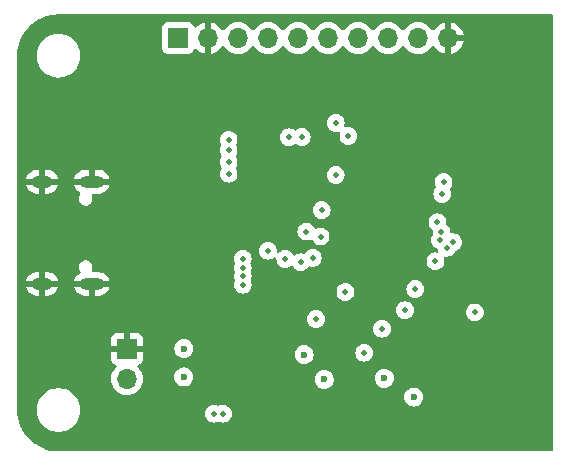
<source format=gbr>
%TF.GenerationSoftware,KiCad,Pcbnew,8.0.0*%
%TF.CreationDate,2024-07-22T23:16:51+01:00*%
%TF.ProjectId,Blue_Pedal,426c7565-5f50-4656-9461-6c2e6b696361,rev?*%
%TF.SameCoordinates,Original*%
%TF.FileFunction,Copper,L2,Inr*%
%TF.FilePolarity,Positive*%
%FSLAX46Y46*%
G04 Gerber Fmt 4.6, Leading zero omitted, Abs format (unit mm)*
G04 Created by KiCad (PCBNEW 8.0.0) date 2024-07-22 23:16:51*
%MOMM*%
%LPD*%
G01*
G04 APERTURE LIST*
%TA.AperFunction,ComponentPad*%
%ADD10O,2.100000X1.000000*%
%TD*%
%TA.AperFunction,ComponentPad*%
%ADD11O,1.800000X1.000000*%
%TD*%
%TA.AperFunction,ComponentPad*%
%ADD12R,1.700000X1.700000*%
%TD*%
%TA.AperFunction,ComponentPad*%
%ADD13O,1.700000X1.700000*%
%TD*%
%TA.AperFunction,ViaPad*%
%ADD14C,0.600000*%
%TD*%
%TA.AperFunction,ViaPad*%
%ADD15C,0.500000*%
%TD*%
G04 APERTURE END LIST*
D10*
%TO.N,GND*%
%TO.C,J1*%
X102805000Y-110680000D03*
D11*
X98625000Y-110680000D03*
D10*
X102805000Y-119320000D03*
D11*
X98625000Y-119320000D03*
%TD*%
D12*
%TO.N,GND*%
%TO.C,J6*%
X105800000Y-124825000D03*
D13*
%TO.N,Net-(J6-Pin_2)*%
X105800000Y-127365000D03*
%TD*%
D12*
%TO.N,+5V*%
%TO.C,J5*%
X110130000Y-98500000D03*
D13*
%TO.N,GND*%
X112670000Y-98500000D03*
%TO.N,/PB4*%
X115210000Y-98500000D03*
%TO.N,/PB5*%
X117750000Y-98500000D03*
%TO.N,/PA6*%
X120290000Y-98500000D03*
%TO.N,/PA7*%
X122830000Y-98500000D03*
%TO.N,/PA8*%
X125370000Y-98500000D03*
%TO.N,/PA9*%
X127910000Y-98500000D03*
%TO.N,+3V3*%
X130450000Y-98500000D03*
%TO.N,GND*%
X132990000Y-98500000D03*
%TD*%
D14*
%TO.N,+3V3*%
X127590000Y-127310000D03*
D15*
X122280000Y-113080000D03*
D14*
X110600000Y-127200000D03*
D15*
X115600000Y-118680000D03*
X119520000Y-106910000D03*
X120600000Y-106900000D03*
X124550000Y-106800000D03*
D14*
X122500000Y-127410000D03*
D15*
X114400000Y-108000000D03*
X123470000Y-110110000D03*
X121520000Y-117120000D03*
X115600000Y-117980000D03*
X119200000Y-117200000D03*
X133400000Y-115800000D03*
X114400000Y-110000000D03*
X123480000Y-105700000D03*
X135260000Y-121740000D03*
X113925000Y-130302000D03*
X124300000Y-120000000D03*
X114400000Y-107100000D03*
D14*
X120800000Y-125300000D03*
D15*
X121800000Y-122300000D03*
X113163000Y-130302000D03*
X115600000Y-117180000D03*
X114400000Y-109000000D03*
X115600000Y-119380000D03*
X132500000Y-111700000D03*
X130210000Y-119760000D03*
X132600000Y-110700000D03*
%TO.N,GND*%
X135100000Y-107150000D03*
X122700000Y-118880000D03*
X117800000Y-123500000D03*
X104900000Y-118200000D03*
X129890000Y-125310000D03*
X131290000Y-125310000D03*
X136017000Y-130175000D03*
X134600000Y-105900000D03*
X138580000Y-114160000D03*
X130140000Y-123330000D03*
X137000000Y-118600000D03*
D14*
X127500000Y-112500000D03*
D15*
X117094000Y-124815600D03*
X127230000Y-121570000D03*
X103300000Y-109000000D03*
X139890000Y-125110000D03*
X107420000Y-110590000D03*
X119460000Y-110400000D03*
D14*
X129000000Y-112500000D03*
D15*
X117400000Y-122400000D03*
X132050000Y-108000000D03*
X121790000Y-107910000D03*
X121400000Y-123700000D03*
X118490000Y-119700000D03*
D14*
X129000000Y-115500000D03*
D15*
X109829600Y-107188000D03*
D14*
X129000000Y-114000000D03*
D15*
X130210000Y-120730000D03*
X107492800Y-107188000D03*
X132600000Y-109200000D03*
X136779000Y-130175000D03*
D14*
X126000000Y-112500000D03*
D15*
X125863000Y-130302000D03*
X133900000Y-105900000D03*
D14*
X127500000Y-114000000D03*
D15*
X126990000Y-120010000D03*
X133483000Y-130175000D03*
X134245000Y-130175000D03*
X135900000Y-110000000D03*
X133090000Y-126610000D03*
X134350000Y-114000000D03*
D14*
X126000000Y-115500000D03*
D15*
X117400000Y-121012500D03*
X135350000Y-110450000D03*
X121790000Y-110010000D03*
X131350000Y-105200000D03*
X121790000Y-109310000D03*
X121790000Y-108610000D03*
X123200000Y-121080000D03*
X122000000Y-119580000D03*
X135250000Y-114000000D03*
X103225600Y-121005600D03*
X136250000Y-114850000D03*
X118700000Y-122900000D03*
X100126800Y-105867200D03*
X122700000Y-119580000D03*
X115707000Y-130302000D03*
D14*
X127500000Y-115500000D03*
D15*
X122000000Y-118880000D03*
X110337600Y-112725200D03*
X119009000Y-130302000D03*
X107440000Y-111290000D03*
X117800000Y-124200000D03*
X138670000Y-111890000D03*
X130590000Y-125310000D03*
X111353600Y-112725200D03*
X119810000Y-113120000D03*
X117094000Y-125730000D03*
X100126800Y-106832400D03*
X116469000Y-130302000D03*
X132100000Y-105200000D03*
X108610000Y-107180000D03*
D14*
X126000000Y-114000000D03*
D15*
X120700000Y-123700000D03*
X135400000Y-111600000D03*
X123200000Y-120380000D03*
X126625000Y-130302000D03*
X135100000Y-106400000D03*
X105300000Y-115000000D03*
X134900000Y-111000000D03*
X120580000Y-110400000D03*
X118247000Y-130302000D03*
X117200000Y-121700000D03*
X135250000Y-114850000D03*
X135900000Y-109250000D03*
X132050000Y-108750000D03*
X133300000Y-109200000D03*
X119110000Y-113120000D03*
%TO.N,/MCU_nRST*%
X129337500Y-121562500D03*
D14*
X130080000Y-128900000D03*
D15*
%TO.N,Net-(C25-Pad1)*%
X127390000Y-123110000D03*
X125890000Y-125150000D03*
%TO.N,/PA9*%
X132090000Y-114110000D03*
%TO.N,/PB4*%
X120990000Y-114887500D03*
%TO.N,/PB5*%
X122190000Y-115310000D03*
%TO.N,/PA8*%
X132426986Y-114918738D03*
%TO.N,/PA6*%
X132873005Y-116260738D03*
%TO.N,/PA7*%
X132290000Y-115610000D03*
%TO.N,/IMU_SCL*%
X120500000Y-117500000D03*
X117735735Y-116515735D03*
%TO.N,/EXT_SWITCH*%
X131920000Y-117410000D03*
D14*
X110620000Y-124800000D03*
%TD*%
%TA.AperFunction,Conductor*%
%TO.N,GND*%
G36*
X141833039Y-96520185D02*
G01*
X141878794Y-96572989D01*
X141890000Y-96624500D01*
X141890000Y-133375500D01*
X141870315Y-133442539D01*
X141817511Y-133488294D01*
X141766000Y-133499500D01*
X100003051Y-133499500D01*
X99996968Y-133499351D01*
X99976900Y-133498365D01*
X99663071Y-133482947D01*
X99650962Y-133481754D01*
X99323305Y-133433151D01*
X99311369Y-133430777D01*
X98990055Y-133350292D01*
X98978411Y-133346759D01*
X98666540Y-133235170D01*
X98655301Y-133230515D01*
X98355844Y-133088883D01*
X98345121Y-133083150D01*
X98061011Y-132912862D01*
X98050893Y-132906102D01*
X97784829Y-132708775D01*
X97775423Y-132701055D01*
X97736475Y-132665755D01*
X97529986Y-132478604D01*
X97521395Y-132470013D01*
X97298944Y-132224576D01*
X97291224Y-132215170D01*
X97093897Y-131949106D01*
X97087137Y-131938988D01*
X96916844Y-131654871D01*
X96911120Y-131644163D01*
X96769479Y-131344688D01*
X96764829Y-131333459D01*
X96725212Y-131222738D01*
X96666000Y-131057249D01*
X96653240Y-131021588D01*
X96649707Y-131009944D01*
X96642822Y-130982456D01*
X96569219Y-130688617D01*
X96566848Y-130676694D01*
X96518245Y-130349037D01*
X96517052Y-130336927D01*
X96506458Y-130121288D01*
X98149500Y-130121288D01*
X98181161Y-130361785D01*
X98243947Y-130596104D01*
X98336773Y-130820205D01*
X98336776Y-130820212D01*
X98458064Y-131030289D01*
X98458066Y-131030292D01*
X98458067Y-131030293D01*
X98605733Y-131222736D01*
X98605739Y-131222743D01*
X98777256Y-131394260D01*
X98777262Y-131394265D01*
X98969711Y-131541936D01*
X99179788Y-131663224D01*
X99403900Y-131756054D01*
X99638211Y-131818838D01*
X99818586Y-131842584D01*
X99878711Y-131850500D01*
X99878712Y-131850500D01*
X100121289Y-131850500D01*
X100169388Y-131844167D01*
X100361789Y-131818838D01*
X100596100Y-131756054D01*
X100820212Y-131663224D01*
X101030289Y-131541936D01*
X101222738Y-131394265D01*
X101394265Y-131222738D01*
X101541936Y-131030289D01*
X101663224Y-130820212D01*
X101756054Y-130596100D01*
X101818838Y-130361789D01*
X101826709Y-130302002D01*
X112407751Y-130302002D01*
X112426685Y-130470056D01*
X112482545Y-130629694D01*
X112482547Y-130629697D01*
X112572518Y-130772884D01*
X112572523Y-130772890D01*
X112692109Y-130892476D01*
X112692115Y-130892481D01*
X112835302Y-130982452D01*
X112835305Y-130982454D01*
X112835309Y-130982455D01*
X112835310Y-130982456D01*
X112907913Y-131007860D01*
X112994943Y-131038314D01*
X113162997Y-131057249D01*
X113163000Y-131057249D01*
X113163003Y-131057249D01*
X113331059Y-131038313D01*
X113331061Y-131038313D01*
X113497263Y-130980156D01*
X113497717Y-130981455D01*
X113559130Y-130971339D01*
X113590589Y-130980576D01*
X113590737Y-130980156D01*
X113756939Y-131038313D01*
X113924997Y-131057249D01*
X113925000Y-131057249D01*
X113925003Y-131057249D01*
X114093056Y-131038314D01*
X114115990Y-131030289D01*
X114252690Y-130982456D01*
X114252692Y-130982454D01*
X114252694Y-130982454D01*
X114252697Y-130982452D01*
X114395884Y-130892481D01*
X114395885Y-130892480D01*
X114395890Y-130892477D01*
X114515477Y-130772890D01*
X114515481Y-130772884D01*
X114605452Y-130629697D01*
X114605454Y-130629694D01*
X114605454Y-130629692D01*
X114605456Y-130629690D01*
X114661313Y-130470059D01*
X114661313Y-130470058D01*
X114661314Y-130470056D01*
X114680249Y-130302002D01*
X114680249Y-130301997D01*
X114661314Y-130133943D01*
X114605454Y-129974305D01*
X114605452Y-129974302D01*
X114515481Y-129831115D01*
X114515476Y-129831109D01*
X114395890Y-129711523D01*
X114395884Y-129711518D01*
X114252697Y-129621547D01*
X114252694Y-129621545D01*
X114093056Y-129565685D01*
X113925003Y-129546751D01*
X113924997Y-129546751D01*
X113756943Y-129565685D01*
X113627573Y-129610954D01*
X113597310Y-129621544D01*
X113597308Y-129621544D01*
X113590738Y-129623844D01*
X113590284Y-129622547D01*
X113528844Y-129632656D01*
X113497408Y-129623425D01*
X113497262Y-129623844D01*
X113490691Y-129621544D01*
X113490690Y-129621544D01*
X113450664Y-129607538D01*
X113331056Y-129565685D01*
X113163003Y-129546751D01*
X113162997Y-129546751D01*
X112994943Y-129565685D01*
X112835305Y-129621545D01*
X112835302Y-129621547D01*
X112692115Y-129711518D01*
X112692109Y-129711523D01*
X112572523Y-129831109D01*
X112572518Y-129831115D01*
X112482547Y-129974302D01*
X112482545Y-129974305D01*
X112426685Y-130133943D01*
X112407751Y-130301997D01*
X112407751Y-130302002D01*
X101826709Y-130302002D01*
X101850500Y-130121288D01*
X101850500Y-129878712D01*
X101818838Y-129638211D01*
X101756054Y-129403900D01*
X101663224Y-129179788D01*
X101541936Y-128969711D01*
X101488447Y-128900003D01*
X129274435Y-128900003D01*
X129294630Y-129079249D01*
X129294631Y-129079254D01*
X129354211Y-129249523D01*
X129450184Y-129402262D01*
X129577738Y-129529816D01*
X129668080Y-129586582D01*
X129727382Y-129623844D01*
X129730478Y-129625789D01*
X129900745Y-129685368D01*
X129900750Y-129685369D01*
X130079996Y-129705565D01*
X130080000Y-129705565D01*
X130080004Y-129705565D01*
X130259249Y-129685369D01*
X130259252Y-129685368D01*
X130259255Y-129685368D01*
X130429522Y-129625789D01*
X130582262Y-129529816D01*
X130709816Y-129402262D01*
X130805789Y-129249522D01*
X130865368Y-129079255D01*
X130885565Y-128900000D01*
X130871735Y-128777256D01*
X130865369Y-128720750D01*
X130865368Y-128720745D01*
X130836730Y-128638903D01*
X130805789Y-128550478D01*
X130709816Y-128397738D01*
X130582262Y-128270184D01*
X130540505Y-128243946D01*
X130429523Y-128174211D01*
X130259254Y-128114631D01*
X130259249Y-128114630D01*
X130080004Y-128094435D01*
X130079996Y-128094435D01*
X129900750Y-128114630D01*
X129900745Y-128114631D01*
X129730476Y-128174211D01*
X129577737Y-128270184D01*
X129450184Y-128397737D01*
X129354211Y-128550476D01*
X129294631Y-128720745D01*
X129294630Y-128720750D01*
X129274435Y-128899996D01*
X129274435Y-128900003D01*
X101488447Y-128900003D01*
X101394265Y-128777262D01*
X101394260Y-128777256D01*
X101222743Y-128605739D01*
X101222736Y-128605733D01*
X101030293Y-128458067D01*
X101030292Y-128458066D01*
X101030289Y-128458064D01*
X100820212Y-128336776D01*
X100820205Y-128336773D01*
X100596104Y-128243947D01*
X100361785Y-128181161D01*
X100121289Y-128149500D01*
X100121288Y-128149500D01*
X99878712Y-128149500D01*
X99878711Y-128149500D01*
X99638214Y-128181161D01*
X99403895Y-128243947D01*
X99179794Y-128336773D01*
X99179785Y-128336777D01*
X98969706Y-128458067D01*
X98777263Y-128605733D01*
X98777256Y-128605739D01*
X98605739Y-128777256D01*
X98605733Y-128777263D01*
X98458067Y-128969706D01*
X98336777Y-129179785D01*
X98336773Y-129179794D01*
X98243947Y-129403895D01*
X98181161Y-129638214D01*
X98149500Y-129878711D01*
X98149500Y-130121288D01*
X96506458Y-130121288D01*
X96500649Y-130003032D01*
X96500500Y-129996948D01*
X96500500Y-127365000D01*
X104444341Y-127365000D01*
X104464936Y-127600403D01*
X104464938Y-127600413D01*
X104526094Y-127828655D01*
X104526096Y-127828659D01*
X104526097Y-127828663D01*
X104608588Y-128005565D01*
X104625965Y-128042830D01*
X104625967Y-128042834D01*
X104700656Y-128149500D01*
X104761505Y-128236401D01*
X104928599Y-128403495D01*
X105006532Y-128458064D01*
X105122165Y-128539032D01*
X105122167Y-128539033D01*
X105122170Y-128539035D01*
X105336337Y-128638903D01*
X105564592Y-128700063D01*
X105752918Y-128716539D01*
X105799999Y-128720659D01*
X105800000Y-128720659D01*
X105800001Y-128720659D01*
X105839234Y-128717226D01*
X106035408Y-128700063D01*
X106263663Y-128638903D01*
X106477830Y-128539035D01*
X106671401Y-128403495D01*
X106838495Y-128236401D01*
X106974035Y-128042830D01*
X107073903Y-127828663D01*
X107135063Y-127600408D01*
X107155659Y-127365000D01*
X107141223Y-127200003D01*
X109794435Y-127200003D01*
X109814630Y-127379249D01*
X109814631Y-127379254D01*
X109874211Y-127549523D01*
X109943329Y-127659523D01*
X109970184Y-127702262D01*
X110097738Y-127829816D01*
X110250478Y-127925789D01*
X110420745Y-127985368D01*
X110420750Y-127985369D01*
X110599996Y-128005565D01*
X110600000Y-128005565D01*
X110600004Y-128005565D01*
X110779249Y-127985369D01*
X110779252Y-127985368D01*
X110779255Y-127985368D01*
X110949522Y-127925789D01*
X111102262Y-127829816D01*
X111229816Y-127702262D01*
X111325789Y-127549522D01*
X111374609Y-127410003D01*
X121694435Y-127410003D01*
X121714630Y-127589249D01*
X121714631Y-127589254D01*
X121774211Y-127759523D01*
X121870184Y-127912262D01*
X121997738Y-128039816D01*
X122084664Y-128094435D01*
X122116803Y-128114630D01*
X122150478Y-128135789D01*
X122189662Y-128149500D01*
X122320745Y-128195368D01*
X122320750Y-128195369D01*
X122499996Y-128215565D01*
X122500000Y-128215565D01*
X122500004Y-128215565D01*
X122679249Y-128195369D01*
X122679252Y-128195368D01*
X122679255Y-128195368D01*
X122849522Y-128135789D01*
X123002262Y-128039816D01*
X123129816Y-127912262D01*
X123225789Y-127759522D01*
X123285368Y-127589255D01*
X123289845Y-127549522D01*
X123305565Y-127410003D01*
X123305565Y-127409996D01*
X123294299Y-127310003D01*
X126784435Y-127310003D01*
X126804630Y-127489249D01*
X126804631Y-127489254D01*
X126864211Y-127659523D01*
X126891066Y-127702262D01*
X126960184Y-127812262D01*
X127087738Y-127939816D01*
X127240478Y-128035789D01*
X127408079Y-128094435D01*
X127410745Y-128095368D01*
X127410750Y-128095369D01*
X127589996Y-128115565D01*
X127590000Y-128115565D01*
X127590004Y-128115565D01*
X127769249Y-128095369D01*
X127769252Y-128095368D01*
X127769255Y-128095368D01*
X127939522Y-128035789D01*
X128092262Y-127939816D01*
X128219816Y-127812262D01*
X128315789Y-127659522D01*
X128375368Y-127489255D01*
X128375369Y-127489249D01*
X128395565Y-127310003D01*
X128395565Y-127309996D01*
X128375369Y-127130750D01*
X128375368Y-127130745D01*
X128374962Y-127129586D01*
X128315789Y-126960478D01*
X128219816Y-126807738D01*
X128092262Y-126680184D01*
X128003852Y-126624632D01*
X127939523Y-126584211D01*
X127769254Y-126524631D01*
X127769249Y-126524630D01*
X127590004Y-126504435D01*
X127589996Y-126504435D01*
X127410750Y-126524630D01*
X127410745Y-126524631D01*
X127240476Y-126584211D01*
X127087737Y-126680184D01*
X126960184Y-126807737D01*
X126864211Y-126960476D01*
X126804631Y-127130745D01*
X126804630Y-127130750D01*
X126784435Y-127309996D01*
X126784435Y-127310003D01*
X123294299Y-127310003D01*
X123285369Y-127230750D01*
X123285368Y-127230745D01*
X123225788Y-127060476D01*
X123162955Y-126960478D01*
X123129816Y-126907738D01*
X123002262Y-126780184D01*
X122849523Y-126684211D01*
X122679254Y-126624631D01*
X122679249Y-126624630D01*
X122500004Y-126604435D01*
X122499996Y-126604435D01*
X122320750Y-126624630D01*
X122320745Y-126624631D01*
X122150476Y-126684211D01*
X121997737Y-126780184D01*
X121870184Y-126907737D01*
X121774211Y-127060476D01*
X121714631Y-127230745D01*
X121714630Y-127230750D01*
X121694435Y-127409996D01*
X121694435Y-127410003D01*
X111374609Y-127410003D01*
X111385368Y-127379255D01*
X111386974Y-127365000D01*
X111405565Y-127200003D01*
X111405565Y-127199996D01*
X111385369Y-127020750D01*
X111385368Y-127020745D01*
X111343585Y-126901337D01*
X111325789Y-126850478D01*
X111229816Y-126697738D01*
X111102262Y-126570184D01*
X110949523Y-126474211D01*
X110779254Y-126414631D01*
X110779249Y-126414630D01*
X110600004Y-126394435D01*
X110599996Y-126394435D01*
X110420750Y-126414630D01*
X110420745Y-126414631D01*
X110250476Y-126474211D01*
X110097737Y-126570184D01*
X109970184Y-126697737D01*
X109874211Y-126850476D01*
X109814631Y-127020745D01*
X109814630Y-127020750D01*
X109794435Y-127199996D01*
X109794435Y-127200003D01*
X107141223Y-127200003D01*
X107135063Y-127129592D01*
X107073903Y-126901337D01*
X106974035Y-126687171D01*
X106971962Y-126684211D01*
X106838496Y-126493600D01*
X106819107Y-126474211D01*
X106716179Y-126371283D01*
X106682696Y-126309963D01*
X106687680Y-126240271D01*
X106729551Y-126184337D01*
X106760529Y-126167422D01*
X106892086Y-126118354D01*
X106892093Y-126118350D01*
X107007187Y-126032190D01*
X107007190Y-126032187D01*
X107093350Y-125917093D01*
X107093354Y-125917086D01*
X107143596Y-125782379D01*
X107143598Y-125782372D01*
X107149999Y-125722844D01*
X107150000Y-125722827D01*
X107150000Y-125075000D01*
X106233012Y-125075000D01*
X106265925Y-125017993D01*
X106300000Y-124890826D01*
X106300000Y-124800003D01*
X109814435Y-124800003D01*
X109834630Y-124979249D01*
X109834631Y-124979254D01*
X109894211Y-125149523D01*
X109941699Y-125225099D01*
X109990184Y-125302262D01*
X110117738Y-125429816D01*
X110270478Y-125525789D01*
X110440745Y-125585368D01*
X110440750Y-125585369D01*
X110619996Y-125605565D01*
X110620000Y-125605565D01*
X110620004Y-125605565D01*
X110799249Y-125585369D01*
X110799252Y-125585368D01*
X110799255Y-125585368D01*
X110969522Y-125525789D01*
X111122262Y-125429816D01*
X111249816Y-125302262D01*
X111251235Y-125300003D01*
X119994435Y-125300003D01*
X120014630Y-125479249D01*
X120014631Y-125479254D01*
X120074211Y-125649523D01*
X120120282Y-125722844D01*
X120170184Y-125802262D01*
X120297738Y-125929816D01*
X120450478Y-126025789D01*
X120620745Y-126085368D01*
X120620750Y-126085369D01*
X120799996Y-126105565D01*
X120800000Y-126105565D01*
X120800004Y-126105565D01*
X120979249Y-126085369D01*
X120979252Y-126085368D01*
X120979255Y-126085368D01*
X121149522Y-126025789D01*
X121302262Y-125929816D01*
X121429816Y-125802262D01*
X121525789Y-125649522D01*
X121585368Y-125479255D01*
X121585544Y-125477694D01*
X121605565Y-125300003D01*
X121605565Y-125299996D01*
X121588665Y-125150002D01*
X125134751Y-125150002D01*
X125153685Y-125318056D01*
X125209545Y-125477694D01*
X125209547Y-125477697D01*
X125299518Y-125620884D01*
X125299523Y-125620890D01*
X125419109Y-125740476D01*
X125419115Y-125740481D01*
X125562302Y-125830452D01*
X125562305Y-125830454D01*
X125562309Y-125830455D01*
X125562310Y-125830456D01*
X125634913Y-125855860D01*
X125721943Y-125886314D01*
X125889997Y-125905249D01*
X125890000Y-125905249D01*
X125890003Y-125905249D01*
X126058056Y-125886314D01*
X126058059Y-125886313D01*
X126217690Y-125830456D01*
X126217692Y-125830454D01*
X126217694Y-125830454D01*
X126217697Y-125830452D01*
X126360884Y-125740481D01*
X126360885Y-125740480D01*
X126360890Y-125740477D01*
X126480477Y-125620890D01*
X126480481Y-125620884D01*
X126570452Y-125477697D01*
X126570454Y-125477694D01*
X126570454Y-125477692D01*
X126570456Y-125477690D01*
X126626313Y-125318059D01*
X126626313Y-125318058D01*
X126626314Y-125318056D01*
X126645249Y-125150002D01*
X126645249Y-125149997D01*
X126626314Y-124981943D01*
X126570454Y-124822305D01*
X126570452Y-124822302D01*
X126480481Y-124679115D01*
X126480476Y-124679109D01*
X126360890Y-124559523D01*
X126360884Y-124559518D01*
X126217697Y-124469547D01*
X126217694Y-124469545D01*
X126058056Y-124413685D01*
X125890003Y-124394751D01*
X125889997Y-124394751D01*
X125721943Y-124413685D01*
X125562305Y-124469545D01*
X125562302Y-124469547D01*
X125419115Y-124559518D01*
X125419109Y-124559523D01*
X125299523Y-124679109D01*
X125299518Y-124679115D01*
X125209547Y-124822302D01*
X125209545Y-124822305D01*
X125153685Y-124981943D01*
X125134751Y-125149997D01*
X125134751Y-125150002D01*
X121588665Y-125150002D01*
X121585369Y-125120750D01*
X121585368Y-125120745D01*
X121569361Y-125075000D01*
X121525789Y-124950478D01*
X121429816Y-124797738D01*
X121302262Y-124670184D01*
X121241504Y-124632007D01*
X121149523Y-124574211D01*
X120979254Y-124514631D01*
X120979249Y-124514630D01*
X120800004Y-124494435D01*
X120799996Y-124494435D01*
X120620750Y-124514630D01*
X120620745Y-124514631D01*
X120450476Y-124574211D01*
X120297737Y-124670184D01*
X120170184Y-124797737D01*
X120074211Y-124950476D01*
X120014631Y-125120745D01*
X120014630Y-125120750D01*
X119994435Y-125299996D01*
X119994435Y-125300003D01*
X111251235Y-125300003D01*
X111345789Y-125149522D01*
X111405368Y-124979255D01*
X111405369Y-124979249D01*
X111425565Y-124800003D01*
X111425565Y-124799996D01*
X111405369Y-124620750D01*
X111405368Y-124620745D01*
X111383944Y-124559518D01*
X111345789Y-124450478D01*
X111322670Y-124413685D01*
X111249815Y-124297737D01*
X111122262Y-124170184D01*
X110969523Y-124074211D01*
X110799254Y-124014631D01*
X110799249Y-124014630D01*
X110620004Y-123994435D01*
X110619996Y-123994435D01*
X110440750Y-124014630D01*
X110440745Y-124014631D01*
X110270476Y-124074211D01*
X110117737Y-124170184D01*
X109990184Y-124297737D01*
X109894211Y-124450476D01*
X109834631Y-124620745D01*
X109834630Y-124620750D01*
X109814435Y-124799996D01*
X109814435Y-124800003D01*
X106300000Y-124800003D01*
X106300000Y-124759174D01*
X106265925Y-124632007D01*
X106233012Y-124575000D01*
X107150000Y-124575000D01*
X107150000Y-123927172D01*
X107149999Y-123927155D01*
X107143598Y-123867627D01*
X107143596Y-123867620D01*
X107093354Y-123732913D01*
X107093350Y-123732906D01*
X107007190Y-123617812D01*
X107007187Y-123617809D01*
X106892093Y-123531649D01*
X106892086Y-123531645D01*
X106757379Y-123481403D01*
X106757372Y-123481401D01*
X106697844Y-123475000D01*
X106050000Y-123475000D01*
X106050000Y-124391988D01*
X105992993Y-124359075D01*
X105865826Y-124325000D01*
X105734174Y-124325000D01*
X105607007Y-124359075D01*
X105550000Y-124391988D01*
X105550000Y-123475000D01*
X104902155Y-123475000D01*
X104842627Y-123481401D01*
X104842620Y-123481403D01*
X104707913Y-123531645D01*
X104707906Y-123531649D01*
X104592812Y-123617809D01*
X104592809Y-123617812D01*
X104506649Y-123732906D01*
X104506645Y-123732913D01*
X104456403Y-123867620D01*
X104456401Y-123867627D01*
X104450000Y-123927155D01*
X104450000Y-124575000D01*
X105366988Y-124575000D01*
X105334075Y-124632007D01*
X105300000Y-124759174D01*
X105300000Y-124890826D01*
X105334075Y-125017993D01*
X105366988Y-125075000D01*
X104450000Y-125075000D01*
X104450000Y-125722844D01*
X104456401Y-125782372D01*
X104456403Y-125782379D01*
X104506645Y-125917086D01*
X104506649Y-125917093D01*
X104592809Y-126032187D01*
X104592812Y-126032190D01*
X104707906Y-126118350D01*
X104707913Y-126118354D01*
X104839470Y-126167421D01*
X104895403Y-126209292D01*
X104919821Y-126274756D01*
X104904970Y-126343029D01*
X104883819Y-126371284D01*
X104761503Y-126493600D01*
X104625965Y-126687169D01*
X104625964Y-126687171D01*
X104526098Y-126901335D01*
X104526094Y-126901344D01*
X104464938Y-127129586D01*
X104464936Y-127129596D01*
X104444341Y-127364999D01*
X104444341Y-127365000D01*
X96500500Y-127365000D01*
X96500500Y-123110002D01*
X126634751Y-123110002D01*
X126653685Y-123278056D01*
X126709545Y-123437694D01*
X126709547Y-123437697D01*
X126799518Y-123580884D01*
X126799523Y-123580890D01*
X126919109Y-123700476D01*
X126919115Y-123700481D01*
X127062302Y-123790452D01*
X127062305Y-123790454D01*
X127062309Y-123790455D01*
X127062310Y-123790456D01*
X127134913Y-123815860D01*
X127221943Y-123846314D01*
X127389997Y-123865249D01*
X127390000Y-123865249D01*
X127390003Y-123865249D01*
X127558056Y-123846314D01*
X127558059Y-123846313D01*
X127717690Y-123790456D01*
X127717692Y-123790454D01*
X127717694Y-123790454D01*
X127717697Y-123790452D01*
X127860884Y-123700481D01*
X127860885Y-123700480D01*
X127860890Y-123700477D01*
X127980477Y-123580890D01*
X127980481Y-123580884D01*
X128070452Y-123437697D01*
X128070454Y-123437694D01*
X128070454Y-123437692D01*
X128070456Y-123437690D01*
X128126313Y-123278059D01*
X128126313Y-123278058D01*
X128126314Y-123278056D01*
X128145249Y-123110002D01*
X128145249Y-123109997D01*
X128126314Y-122941943D01*
X128070454Y-122782305D01*
X128070452Y-122782302D01*
X127980481Y-122639115D01*
X127980476Y-122639109D01*
X127860890Y-122519523D01*
X127860884Y-122519518D01*
X127717697Y-122429547D01*
X127717694Y-122429545D01*
X127558056Y-122373685D01*
X127390003Y-122354751D01*
X127389997Y-122354751D01*
X127221943Y-122373685D01*
X127062305Y-122429545D01*
X127062302Y-122429547D01*
X126919115Y-122519518D01*
X126919109Y-122519523D01*
X126799523Y-122639109D01*
X126799518Y-122639115D01*
X126709547Y-122782302D01*
X126709545Y-122782305D01*
X126653685Y-122941943D01*
X126634751Y-123109997D01*
X126634751Y-123110002D01*
X96500500Y-123110002D01*
X96500500Y-122300002D01*
X121044751Y-122300002D01*
X121063685Y-122468056D01*
X121119545Y-122627694D01*
X121119547Y-122627697D01*
X121209518Y-122770884D01*
X121209523Y-122770890D01*
X121329109Y-122890476D01*
X121329115Y-122890481D01*
X121472302Y-122980452D01*
X121472305Y-122980454D01*
X121472309Y-122980455D01*
X121472310Y-122980456D01*
X121544913Y-123005860D01*
X121631943Y-123036314D01*
X121799997Y-123055249D01*
X121800000Y-123055249D01*
X121800003Y-123055249D01*
X121968056Y-123036314D01*
X121968059Y-123036313D01*
X122127690Y-122980456D01*
X122127692Y-122980454D01*
X122127694Y-122980454D01*
X122127697Y-122980452D01*
X122270884Y-122890481D01*
X122270885Y-122890480D01*
X122270890Y-122890477D01*
X122390477Y-122770890D01*
X122390481Y-122770884D01*
X122480452Y-122627697D01*
X122480454Y-122627694D01*
X122480454Y-122627692D01*
X122480456Y-122627690D01*
X122536313Y-122468059D01*
X122536313Y-122468058D01*
X122536314Y-122468056D01*
X122555249Y-122300002D01*
X122555249Y-122299997D01*
X122536314Y-122131943D01*
X122480454Y-121972305D01*
X122480452Y-121972302D01*
X122390481Y-121829115D01*
X122390476Y-121829109D01*
X122270890Y-121709523D01*
X122270884Y-121709518D01*
X122127697Y-121619547D01*
X122127694Y-121619545D01*
X121968056Y-121563685D01*
X121957556Y-121562502D01*
X128582251Y-121562502D01*
X128601185Y-121730556D01*
X128657045Y-121890194D01*
X128657047Y-121890197D01*
X128747018Y-122033384D01*
X128747023Y-122033390D01*
X128866609Y-122152976D01*
X128866615Y-122152981D01*
X129009802Y-122242952D01*
X129009805Y-122242954D01*
X129009809Y-122242955D01*
X129009810Y-122242956D01*
X129082413Y-122268360D01*
X129169443Y-122298814D01*
X129337497Y-122317749D01*
X129337500Y-122317749D01*
X129337503Y-122317749D01*
X129505556Y-122298814D01*
X129505559Y-122298813D01*
X129665190Y-122242956D01*
X129665192Y-122242954D01*
X129665194Y-122242954D01*
X129665197Y-122242952D01*
X129808384Y-122152981D01*
X129808385Y-122152980D01*
X129808390Y-122152977D01*
X129927977Y-122033390D01*
X129927981Y-122033384D01*
X130017952Y-121890197D01*
X130017954Y-121890194D01*
X130017954Y-121890192D01*
X130017956Y-121890190D01*
X130070509Y-121740002D01*
X134504751Y-121740002D01*
X134523685Y-121908056D01*
X134579545Y-122067694D01*
X134579547Y-122067697D01*
X134669518Y-122210884D01*
X134669523Y-122210890D01*
X134789109Y-122330476D01*
X134789115Y-122330481D01*
X134932302Y-122420452D01*
X134932305Y-122420454D01*
X134932309Y-122420455D01*
X134932310Y-122420456D01*
X134958285Y-122429545D01*
X135091943Y-122476314D01*
X135259997Y-122495249D01*
X135260000Y-122495249D01*
X135260003Y-122495249D01*
X135428056Y-122476314D01*
X135428059Y-122476313D01*
X135587690Y-122420456D01*
X135587692Y-122420454D01*
X135587694Y-122420454D01*
X135587697Y-122420452D01*
X135730884Y-122330481D01*
X135730885Y-122330480D01*
X135730890Y-122330477D01*
X135850477Y-122210890D01*
X135886864Y-122152981D01*
X135940452Y-122067697D01*
X135940454Y-122067694D01*
X135940454Y-122067692D01*
X135940456Y-122067690D01*
X135996313Y-121908059D01*
X135996313Y-121908058D01*
X135996314Y-121908056D01*
X136015249Y-121740002D01*
X136015249Y-121739997D01*
X135996314Y-121571943D01*
X135940454Y-121412305D01*
X135940452Y-121412302D01*
X135850481Y-121269115D01*
X135850476Y-121269109D01*
X135730890Y-121149523D01*
X135730884Y-121149518D01*
X135587697Y-121059547D01*
X135587694Y-121059545D01*
X135428056Y-121003685D01*
X135260003Y-120984751D01*
X135259997Y-120984751D01*
X135091943Y-121003685D01*
X134932305Y-121059545D01*
X134932302Y-121059547D01*
X134789115Y-121149518D01*
X134789109Y-121149523D01*
X134669523Y-121269109D01*
X134669518Y-121269115D01*
X134579547Y-121412302D01*
X134579545Y-121412305D01*
X134523685Y-121571943D01*
X134504751Y-121739997D01*
X134504751Y-121740002D01*
X130070509Y-121740002D01*
X130073813Y-121730559D01*
X130073813Y-121730558D01*
X130073814Y-121730556D01*
X130092749Y-121562502D01*
X130092749Y-121562497D01*
X130073814Y-121394443D01*
X130017954Y-121234805D01*
X130017952Y-121234802D01*
X129927981Y-121091615D01*
X129927976Y-121091609D01*
X129808390Y-120972023D01*
X129808384Y-120972018D01*
X129665197Y-120882047D01*
X129665194Y-120882045D01*
X129505556Y-120826185D01*
X129337503Y-120807251D01*
X129337497Y-120807251D01*
X129169443Y-120826185D01*
X129009805Y-120882045D01*
X129009802Y-120882047D01*
X128866615Y-120972018D01*
X128866609Y-120972023D01*
X128747023Y-121091609D01*
X128747018Y-121091615D01*
X128657047Y-121234802D01*
X128657045Y-121234805D01*
X128601185Y-121394443D01*
X128582251Y-121562497D01*
X128582251Y-121562502D01*
X121957556Y-121562502D01*
X121800003Y-121544751D01*
X121799997Y-121544751D01*
X121631943Y-121563685D01*
X121472305Y-121619545D01*
X121472302Y-121619547D01*
X121329115Y-121709518D01*
X121329109Y-121709523D01*
X121209523Y-121829109D01*
X121209518Y-121829115D01*
X121119547Y-121972302D01*
X121119545Y-121972305D01*
X121063685Y-122131943D01*
X121044751Y-122299997D01*
X121044751Y-122300002D01*
X96500500Y-122300002D01*
X96500500Y-119570000D01*
X97255138Y-119570000D01*
X97263430Y-119611690D01*
X97263430Y-119611692D01*
X97338807Y-119793671D01*
X97338814Y-119793684D01*
X97448248Y-119957462D01*
X97448251Y-119957466D01*
X97587533Y-120096748D01*
X97587537Y-120096751D01*
X97751315Y-120206185D01*
X97751328Y-120206192D01*
X97933306Y-120281569D01*
X97933318Y-120281572D01*
X98126504Y-120319999D01*
X98126508Y-120320000D01*
X98375000Y-120320000D01*
X98375000Y-119620000D01*
X98875000Y-119620000D01*
X98875000Y-120320000D01*
X99123492Y-120320000D01*
X99123495Y-120319999D01*
X99316681Y-120281572D01*
X99316693Y-120281569D01*
X99498671Y-120206192D01*
X99498684Y-120206185D01*
X99662462Y-120096751D01*
X99662466Y-120096748D01*
X99801748Y-119957466D01*
X99801751Y-119957462D01*
X99911185Y-119793684D01*
X99911192Y-119793671D01*
X99986569Y-119611692D01*
X99986569Y-119611690D01*
X99994862Y-119570000D01*
X101285138Y-119570000D01*
X101293430Y-119611690D01*
X101293430Y-119611692D01*
X101368807Y-119793671D01*
X101368814Y-119793684D01*
X101478248Y-119957462D01*
X101478251Y-119957466D01*
X101617533Y-120096748D01*
X101617537Y-120096751D01*
X101781315Y-120206185D01*
X101781328Y-120206192D01*
X101963306Y-120281569D01*
X101963318Y-120281572D01*
X102156504Y-120319999D01*
X102156508Y-120320000D01*
X102555000Y-120320000D01*
X102555000Y-119620000D01*
X103055000Y-119620000D01*
X103055000Y-120320000D01*
X103453492Y-120320000D01*
X103453495Y-120319999D01*
X103646681Y-120281572D01*
X103646693Y-120281569D01*
X103828671Y-120206192D01*
X103828684Y-120206185D01*
X103992462Y-120096751D01*
X103992466Y-120096748D01*
X104131748Y-119957466D01*
X104131751Y-119957462D01*
X104241185Y-119793684D01*
X104241192Y-119793671D01*
X104316569Y-119611692D01*
X104316569Y-119611690D01*
X104324862Y-119570000D01*
X103521988Y-119570000D01*
X103539205Y-119560060D01*
X103595060Y-119504205D01*
X103634556Y-119435796D01*
X103649506Y-119380002D01*
X114844751Y-119380002D01*
X114863685Y-119548056D01*
X114919545Y-119707694D01*
X114919547Y-119707697D01*
X115009518Y-119850884D01*
X115009523Y-119850890D01*
X115129109Y-119970476D01*
X115129115Y-119970481D01*
X115272302Y-120060452D01*
X115272305Y-120060454D01*
X115272309Y-120060455D01*
X115272310Y-120060456D01*
X115344913Y-120085860D01*
X115431943Y-120116314D01*
X115599997Y-120135249D01*
X115600000Y-120135249D01*
X115600003Y-120135249D01*
X115768056Y-120116314D01*
X115823964Y-120096751D01*
X115927690Y-120060456D01*
X115927692Y-120060454D01*
X115927694Y-120060454D01*
X115927697Y-120060452D01*
X116023902Y-120000002D01*
X123544751Y-120000002D01*
X123563685Y-120168056D01*
X123619545Y-120327694D01*
X123619547Y-120327697D01*
X123709518Y-120470884D01*
X123709523Y-120470890D01*
X123829109Y-120590476D01*
X123829115Y-120590481D01*
X123972302Y-120680452D01*
X123972305Y-120680454D01*
X123972309Y-120680455D01*
X123972310Y-120680456D01*
X124044913Y-120705860D01*
X124131943Y-120736314D01*
X124299997Y-120755249D01*
X124300000Y-120755249D01*
X124300003Y-120755249D01*
X124468056Y-120736314D01*
X124468059Y-120736313D01*
X124627690Y-120680456D01*
X124627692Y-120680454D01*
X124627694Y-120680454D01*
X124627697Y-120680452D01*
X124770884Y-120590481D01*
X124770885Y-120590480D01*
X124770890Y-120590477D01*
X124890477Y-120470890D01*
X124909600Y-120440456D01*
X124980452Y-120327697D01*
X124980454Y-120327694D01*
X124980454Y-120327692D01*
X124980456Y-120327690D01*
X125036313Y-120168059D01*
X125036313Y-120168058D01*
X125036314Y-120168056D01*
X125055249Y-120000002D01*
X125055249Y-119999997D01*
X125036314Y-119831943D01*
X125011141Y-119760002D01*
X129454751Y-119760002D01*
X129473685Y-119928056D01*
X129529545Y-120087694D01*
X129529547Y-120087697D01*
X129619518Y-120230884D01*
X129619523Y-120230890D01*
X129739109Y-120350476D01*
X129739115Y-120350481D01*
X129882302Y-120440452D01*
X129882305Y-120440454D01*
X129882309Y-120440455D01*
X129882310Y-120440456D01*
X129954913Y-120465860D01*
X130041943Y-120496314D01*
X130209997Y-120515249D01*
X130210000Y-120515249D01*
X130210003Y-120515249D01*
X130378056Y-120496314D01*
X130378059Y-120496313D01*
X130537690Y-120440456D01*
X130537692Y-120440454D01*
X130537694Y-120440454D01*
X130537697Y-120440452D01*
X130680884Y-120350481D01*
X130680885Y-120350480D01*
X130680890Y-120350477D01*
X130800477Y-120230890D01*
X130815996Y-120206192D01*
X130890452Y-120087697D01*
X130890454Y-120087694D01*
X130890454Y-120087692D01*
X130890456Y-120087690D01*
X130946313Y-119928059D01*
X130946313Y-119928058D01*
X130946314Y-119928056D01*
X130965249Y-119760002D01*
X130965249Y-119759997D01*
X130946314Y-119591943D01*
X130890454Y-119432305D01*
X130890452Y-119432302D01*
X130800481Y-119289115D01*
X130800476Y-119289109D01*
X130680890Y-119169523D01*
X130680884Y-119169518D01*
X130537697Y-119079547D01*
X130537694Y-119079545D01*
X130378056Y-119023685D01*
X130210003Y-119004751D01*
X130209997Y-119004751D01*
X130041943Y-119023685D01*
X129882305Y-119079545D01*
X129882302Y-119079547D01*
X129739115Y-119169518D01*
X129739109Y-119169523D01*
X129619523Y-119289109D01*
X129619518Y-119289115D01*
X129529547Y-119432302D01*
X129529545Y-119432305D01*
X129473685Y-119591943D01*
X129454751Y-119759997D01*
X129454751Y-119760002D01*
X125011141Y-119760002D01*
X124980454Y-119672305D01*
X124980452Y-119672302D01*
X124890481Y-119529115D01*
X124890476Y-119529109D01*
X124770890Y-119409523D01*
X124770884Y-119409518D01*
X124627697Y-119319547D01*
X124627694Y-119319545D01*
X124468056Y-119263685D01*
X124300003Y-119244751D01*
X124299997Y-119244751D01*
X124131943Y-119263685D01*
X123972305Y-119319545D01*
X123972302Y-119319547D01*
X123829115Y-119409518D01*
X123829109Y-119409523D01*
X123709523Y-119529109D01*
X123709518Y-119529115D01*
X123619547Y-119672302D01*
X123619545Y-119672305D01*
X123563685Y-119831943D01*
X123544751Y-119999997D01*
X123544751Y-120000002D01*
X116023902Y-120000002D01*
X116070884Y-119970481D01*
X116070885Y-119970480D01*
X116070890Y-119970477D01*
X116190477Y-119850890D01*
X116190481Y-119850884D01*
X116280452Y-119707697D01*
X116280454Y-119707694D01*
X116280454Y-119707692D01*
X116280456Y-119707690D01*
X116336313Y-119548059D01*
X116336313Y-119548058D01*
X116336314Y-119548056D01*
X116355249Y-119380002D01*
X116355249Y-119379997D01*
X116336313Y-119211940D01*
X116336313Y-119211939D01*
X116289986Y-119079545D01*
X116286979Y-119070954D01*
X116283418Y-119001176D01*
X116286980Y-118989045D01*
X116336313Y-118848060D01*
X116336313Y-118848059D01*
X116355249Y-118680002D01*
X116355249Y-118679997D01*
X116336313Y-118511940D01*
X116336313Y-118511939D01*
X116286980Y-118370955D01*
X116283418Y-118301176D01*
X116286980Y-118289045D01*
X116336313Y-118148060D01*
X116336313Y-118148059D01*
X116355249Y-117980002D01*
X116355249Y-117979997D01*
X116338869Y-117834625D01*
X116336313Y-117811941D01*
X116293645Y-117690001D01*
X116280457Y-117652312D01*
X116280456Y-117652310D01*
X116276475Y-117645975D01*
X116257472Y-117578742D01*
X116276475Y-117514024D01*
X116280456Y-117507690D01*
X116336313Y-117348059D01*
X116355249Y-117180000D01*
X116348489Y-117120000D01*
X116336314Y-117011943D01*
X116296659Y-116898615D01*
X116280456Y-116852310D01*
X116280455Y-116852309D01*
X116280454Y-116852305D01*
X116280452Y-116852302D01*
X116190481Y-116709115D01*
X116190476Y-116709109D01*
X116070890Y-116589523D01*
X116070884Y-116589518D01*
X115953463Y-116515737D01*
X116980486Y-116515737D01*
X116999420Y-116683791D01*
X117055280Y-116843429D01*
X117055282Y-116843432D01*
X117145253Y-116986619D01*
X117145258Y-116986625D01*
X117264844Y-117106211D01*
X117264850Y-117106216D01*
X117408037Y-117196187D01*
X117408040Y-117196189D01*
X117408044Y-117196190D01*
X117408045Y-117196191D01*
X117480648Y-117221595D01*
X117567678Y-117252049D01*
X117735732Y-117270984D01*
X117735735Y-117270984D01*
X117735738Y-117270984D01*
X117903791Y-117252049D01*
X117903794Y-117252048D01*
X118063425Y-117196191D01*
X118063427Y-117196189D01*
X118063429Y-117196189D01*
X118063432Y-117196187D01*
X118206619Y-117106216D01*
X118206619Y-117106215D01*
X118206625Y-117106212D01*
X118236321Y-117076515D01*
X118297640Y-117043032D01*
X118367332Y-117048016D01*
X118423266Y-117089886D01*
X118447684Y-117155350D01*
X118447220Y-117178080D01*
X118444751Y-117199994D01*
X118444751Y-117200002D01*
X118463685Y-117368056D01*
X118519545Y-117527694D01*
X118519547Y-117527697D01*
X118609518Y-117670884D01*
X118609523Y-117670890D01*
X118729109Y-117790476D01*
X118729115Y-117790481D01*
X118872302Y-117880452D01*
X118872305Y-117880454D01*
X118872309Y-117880455D01*
X118872310Y-117880456D01*
X118944913Y-117905860D01*
X119031943Y-117936314D01*
X119199997Y-117955249D01*
X119200000Y-117955249D01*
X119200003Y-117955249D01*
X119368056Y-117936314D01*
X119368059Y-117936313D01*
X119527690Y-117880456D01*
X119655707Y-117800016D01*
X119722944Y-117781016D01*
X119789779Y-117801383D01*
X119826673Y-117839037D01*
X119909521Y-117970888D01*
X120029109Y-118090476D01*
X120029115Y-118090481D01*
X120172302Y-118180452D01*
X120172305Y-118180454D01*
X120172309Y-118180455D01*
X120172310Y-118180456D01*
X120244913Y-118205860D01*
X120331943Y-118236314D01*
X120499997Y-118255249D01*
X120500000Y-118255249D01*
X120500003Y-118255249D01*
X120668056Y-118236314D01*
X120668059Y-118236313D01*
X120827690Y-118180456D01*
X120827692Y-118180454D01*
X120827694Y-118180454D01*
X120827697Y-118180452D01*
X120970884Y-118090481D01*
X120970885Y-118090480D01*
X120970890Y-118090477D01*
X121090477Y-117970890D01*
X121144010Y-117885693D01*
X121196344Y-117839403D01*
X121265397Y-117828755D01*
X121289958Y-117834625D01*
X121351939Y-117856313D01*
X121519997Y-117875249D01*
X121520000Y-117875249D01*
X121520003Y-117875249D01*
X121688056Y-117856314D01*
X121737431Y-117839037D01*
X121847690Y-117800456D01*
X121847692Y-117800454D01*
X121847694Y-117800454D01*
X121847697Y-117800452D01*
X121990884Y-117710481D01*
X121990885Y-117710480D01*
X121990890Y-117710477D01*
X122110477Y-117590890D01*
X122118110Y-117578742D01*
X122200452Y-117447697D01*
X122200454Y-117447694D01*
X122200454Y-117447692D01*
X122200456Y-117447690D01*
X122213644Y-117410002D01*
X131164751Y-117410002D01*
X131183685Y-117578056D01*
X131239545Y-117737694D01*
X131239547Y-117737697D01*
X131329518Y-117880884D01*
X131329523Y-117880890D01*
X131449109Y-118000476D01*
X131449115Y-118000481D01*
X131592302Y-118090452D01*
X131592305Y-118090454D01*
X131592309Y-118090455D01*
X131592310Y-118090456D01*
X131654265Y-118112135D01*
X131751943Y-118146314D01*
X131919997Y-118165249D01*
X131920000Y-118165249D01*
X131920003Y-118165249D01*
X132088056Y-118146314D01*
X132088059Y-118146313D01*
X132247690Y-118090456D01*
X132247692Y-118090454D01*
X132247694Y-118090454D01*
X132247697Y-118090452D01*
X132390884Y-118000481D01*
X132390885Y-118000480D01*
X132390890Y-118000477D01*
X132510477Y-117880890D01*
X132510752Y-117880452D01*
X132600452Y-117737697D01*
X132600454Y-117737694D01*
X132600454Y-117737692D01*
X132600456Y-117737690D01*
X132656313Y-117578059D01*
X132656313Y-117578058D01*
X132656314Y-117578056D01*
X132675249Y-117410002D01*
X132675249Y-117409997D01*
X132656314Y-117241943D01*
X132630288Y-117167566D01*
X132626727Y-117097787D01*
X132661456Y-117037159D01*
X132723449Y-117004932D01*
X132761214Y-117003391D01*
X132873003Y-117015987D01*
X132873005Y-117015987D01*
X132873008Y-117015987D01*
X133041061Y-116997052D01*
X133070877Y-116986619D01*
X133200695Y-116941194D01*
X133200697Y-116941192D01*
X133200699Y-116941192D01*
X133200702Y-116941190D01*
X133343889Y-116851219D01*
X133343890Y-116851218D01*
X133343895Y-116851215D01*
X133463482Y-116731628D01*
X133464791Y-116729545D01*
X133553457Y-116588435D01*
X133553458Y-116588432D01*
X133553461Y-116588428D01*
X133553462Y-116588423D01*
X133556482Y-116582155D01*
X133558347Y-116583053D01*
X133593190Y-116534461D01*
X133628567Y-116515140D01*
X133727690Y-116480456D01*
X133727692Y-116480455D01*
X133727697Y-116480452D01*
X133870884Y-116390481D01*
X133870885Y-116390480D01*
X133870890Y-116390477D01*
X133990477Y-116270890D01*
X134034721Y-116200477D01*
X134080452Y-116127697D01*
X134080454Y-116127694D01*
X134080454Y-116127692D01*
X134080456Y-116127690D01*
X134136313Y-115968059D01*
X134136313Y-115968058D01*
X134136314Y-115968056D01*
X134155249Y-115800002D01*
X134155249Y-115799997D01*
X134136314Y-115631943D01*
X134083742Y-115481701D01*
X134080456Y-115472310D01*
X134080455Y-115472309D01*
X134080454Y-115472305D01*
X134080452Y-115472302D01*
X133990481Y-115329115D01*
X133990476Y-115329109D01*
X133870890Y-115209523D01*
X133870884Y-115209518D01*
X133727697Y-115119547D01*
X133727694Y-115119545D01*
X133568056Y-115063685D01*
X133400003Y-115044751D01*
X133399996Y-115044751D01*
X133319566Y-115053813D01*
X133250744Y-115041758D01*
X133199365Y-114994409D01*
X133181741Y-114926799D01*
X133182235Y-114919899D01*
X133182235Y-114918735D01*
X133163300Y-114750681D01*
X133120913Y-114629546D01*
X133107442Y-114591048D01*
X133107441Y-114591047D01*
X133107440Y-114591043D01*
X133107438Y-114591040D01*
X133017467Y-114447853D01*
X133017462Y-114447847D01*
X132897876Y-114328261D01*
X132897871Y-114328257D01*
X132891731Y-114324399D01*
X132845441Y-114272064D01*
X132834485Y-114205525D01*
X132845249Y-114110000D01*
X132845249Y-114109997D01*
X132826314Y-113941943D01*
X132770454Y-113782305D01*
X132770452Y-113782302D01*
X132680481Y-113639115D01*
X132680476Y-113639109D01*
X132560890Y-113519523D01*
X132560884Y-113519518D01*
X132417697Y-113429547D01*
X132417694Y-113429545D01*
X132258056Y-113373685D01*
X132090003Y-113354751D01*
X132089997Y-113354751D01*
X131921943Y-113373685D01*
X131762305Y-113429545D01*
X131762302Y-113429547D01*
X131619115Y-113519518D01*
X131619109Y-113519523D01*
X131499523Y-113639109D01*
X131499518Y-113639115D01*
X131409547Y-113782302D01*
X131409545Y-113782305D01*
X131353685Y-113941943D01*
X131334751Y-114109997D01*
X131334751Y-114110002D01*
X131353685Y-114278056D01*
X131409545Y-114437694D01*
X131409547Y-114437697D01*
X131499518Y-114580884D01*
X131499523Y-114580890D01*
X131619110Y-114700477D01*
X131625252Y-114704336D01*
X131671543Y-114756671D01*
X131682500Y-114823214D01*
X131671737Y-114918735D01*
X131671737Y-114918740D01*
X131691452Y-115093717D01*
X131689838Y-115093898D01*
X131686090Y-115155158D01*
X131674463Y-115178991D01*
X131609545Y-115282307D01*
X131553685Y-115441943D01*
X131534751Y-115609997D01*
X131534751Y-115610002D01*
X131553685Y-115778056D01*
X131609545Y-115937694D01*
X131609547Y-115937697D01*
X131699518Y-116080884D01*
X131699523Y-116080890D01*
X131819109Y-116200476D01*
X131819115Y-116200481D01*
X131962302Y-116290452D01*
X131962308Y-116290455D01*
X131962310Y-116290456D01*
X132054079Y-116322567D01*
X132110855Y-116363289D01*
X132134852Y-116422066D01*
X132135140Y-116422001D01*
X132135539Y-116423749D01*
X132136345Y-116425723D01*
X132136690Y-116428792D01*
X132148900Y-116463685D01*
X132161448Y-116499547D01*
X132162717Y-116503172D01*
X132166278Y-116572951D01*
X132131549Y-116633578D01*
X132069555Y-116665805D01*
X132031792Y-116667346D01*
X131920004Y-116654751D01*
X131919997Y-116654751D01*
X131751943Y-116673685D01*
X131592305Y-116729545D01*
X131592302Y-116729547D01*
X131449115Y-116819518D01*
X131449109Y-116819523D01*
X131329523Y-116939109D01*
X131329518Y-116939115D01*
X131239547Y-117082302D01*
X131239545Y-117082305D01*
X131183685Y-117241943D01*
X131164751Y-117409997D01*
X131164751Y-117410002D01*
X122213644Y-117410002D01*
X122256313Y-117288059D01*
X122256313Y-117288058D01*
X122256314Y-117288056D01*
X122275249Y-117120002D01*
X122275249Y-117119997D01*
X122256314Y-116951943D01*
X122209986Y-116819545D01*
X122200456Y-116792310D01*
X122200455Y-116792309D01*
X122200454Y-116792305D01*
X122200452Y-116792302D01*
X122110481Y-116649115D01*
X122110476Y-116649109D01*
X121990890Y-116529523D01*
X121990884Y-116529518D01*
X121847697Y-116439547D01*
X121847694Y-116439545D01*
X121688056Y-116383685D01*
X121520003Y-116364751D01*
X121519997Y-116364751D01*
X121351943Y-116383685D01*
X121192305Y-116439545D01*
X121192302Y-116439547D01*
X121049115Y-116529518D01*
X121049109Y-116529523D01*
X120929521Y-116649111D01*
X120875990Y-116734306D01*
X120823656Y-116780596D01*
X120754602Y-116791244D01*
X120730044Y-116785375D01*
X120668059Y-116763686D01*
X120500003Y-116744751D01*
X120499997Y-116744751D01*
X120331943Y-116763685D01*
X120172307Y-116819545D01*
X120044291Y-116899983D01*
X119977054Y-116918983D01*
X119910219Y-116898615D01*
X119873325Y-116860961D01*
X119847301Y-116819544D01*
X119790477Y-116729110D01*
X119670890Y-116609523D01*
X119670884Y-116609518D01*
X119527697Y-116519547D01*
X119527694Y-116519545D01*
X119368056Y-116463685D01*
X119200003Y-116444751D01*
X119199997Y-116444751D01*
X119031943Y-116463685D01*
X118872305Y-116519545D01*
X118872302Y-116519547D01*
X118729115Y-116609518D01*
X118699414Y-116639219D01*
X118638090Y-116672703D01*
X118568399Y-116667717D01*
X118512466Y-116625845D01*
X118488050Y-116560380D01*
X118488513Y-116537658D01*
X118490984Y-116515735D01*
X118490917Y-116515139D01*
X118472049Y-116347678D01*
X118441595Y-116260648D01*
X118416191Y-116188045D01*
X118416190Y-116188044D01*
X118416189Y-116188040D01*
X118416187Y-116188037D01*
X118326216Y-116044850D01*
X118326211Y-116044844D01*
X118206625Y-115925258D01*
X118206619Y-115925253D01*
X118063432Y-115835282D01*
X118063429Y-115835280D01*
X117903791Y-115779420D01*
X117735738Y-115760486D01*
X117735732Y-115760486D01*
X117567678Y-115779420D01*
X117408040Y-115835280D01*
X117408037Y-115835282D01*
X117264850Y-115925253D01*
X117264844Y-115925258D01*
X117145258Y-116044844D01*
X117145253Y-116044850D01*
X117055282Y-116188037D01*
X117055280Y-116188040D01*
X116999420Y-116347678D01*
X116980486Y-116515732D01*
X116980486Y-116515737D01*
X115953463Y-116515737D01*
X115927697Y-116499547D01*
X115927694Y-116499545D01*
X115768056Y-116443685D01*
X115600003Y-116424751D01*
X115599997Y-116424751D01*
X115431943Y-116443685D01*
X115272305Y-116499545D01*
X115272302Y-116499547D01*
X115129115Y-116589518D01*
X115129109Y-116589523D01*
X115009523Y-116709109D01*
X115009518Y-116709115D01*
X114919547Y-116852302D01*
X114919545Y-116852305D01*
X114863685Y-117011943D01*
X114844751Y-117179997D01*
X114844751Y-117180002D01*
X114863685Y-117348056D01*
X114892179Y-117429485D01*
X114919544Y-117507690D01*
X114919545Y-117507691D01*
X114923529Y-117514033D01*
X114942525Y-117581270D01*
X114923529Y-117645967D01*
X114923523Y-117645977D01*
X114919544Y-117652310D01*
X114914102Y-117667863D01*
X114863685Y-117811943D01*
X114844751Y-117979997D01*
X114844751Y-117980002D01*
X114863685Y-118148056D01*
X114913020Y-118289045D01*
X114916581Y-118358824D01*
X114913020Y-118370955D01*
X114863685Y-118511943D01*
X114844751Y-118679997D01*
X114844751Y-118680002D01*
X114863685Y-118848056D01*
X114913020Y-118989045D01*
X114916581Y-119058824D01*
X114913020Y-119070952D01*
X114910014Y-119079545D01*
X114863685Y-119211943D01*
X114844751Y-119379997D01*
X114844751Y-119380002D01*
X103649506Y-119380002D01*
X103655000Y-119359496D01*
X103655000Y-119280504D01*
X103634556Y-119204204D01*
X103595060Y-119135795D01*
X103539205Y-119079940D01*
X103521988Y-119070000D01*
X104324862Y-119070000D01*
X104316569Y-119028309D01*
X104316569Y-119028307D01*
X104241192Y-118846328D01*
X104241185Y-118846315D01*
X104131751Y-118682537D01*
X104131748Y-118682533D01*
X103992466Y-118543251D01*
X103992462Y-118543248D01*
X103828684Y-118433814D01*
X103828671Y-118433807D01*
X103646693Y-118358430D01*
X103646681Y-118358427D01*
X103453495Y-118320000D01*
X102936045Y-118320000D01*
X102869006Y-118300315D01*
X102823251Y-118247511D01*
X102813307Y-118178353D01*
X102828658Y-118134000D01*
X102841279Y-118112138D01*
X102841281Y-118112135D01*
X102880500Y-117965766D01*
X102880500Y-117814234D01*
X102841281Y-117667865D01*
X102765515Y-117536635D01*
X102658365Y-117429485D01*
X102551973Y-117368059D01*
X102527136Y-117353719D01*
X102453950Y-117334109D01*
X102380766Y-117314500D01*
X102229234Y-117314500D01*
X102082863Y-117353719D01*
X101951635Y-117429485D01*
X101951632Y-117429487D01*
X101844487Y-117536632D01*
X101844485Y-117536635D01*
X101768719Y-117667863D01*
X101733513Y-117799258D01*
X101729500Y-117814234D01*
X101729500Y-117965766D01*
X101738801Y-118000477D01*
X101768719Y-118112136D01*
X101806950Y-118178353D01*
X101844485Y-118243365D01*
X101844486Y-118243366D01*
X101848549Y-118250403D01*
X101846346Y-118251674D01*
X101866959Y-118304983D01*
X101852923Y-118373428D01*
X101804112Y-118423420D01*
X101790845Y-118429866D01*
X101781324Y-118433809D01*
X101781315Y-118433814D01*
X101617537Y-118543248D01*
X101617533Y-118543251D01*
X101478251Y-118682533D01*
X101478248Y-118682537D01*
X101368814Y-118846315D01*
X101368807Y-118846328D01*
X101293430Y-119028307D01*
X101293430Y-119028309D01*
X101285138Y-119070000D01*
X102088012Y-119070000D01*
X102070795Y-119079940D01*
X102014940Y-119135795D01*
X101975444Y-119204204D01*
X101955000Y-119280504D01*
X101955000Y-119359496D01*
X101975444Y-119435796D01*
X102014940Y-119504205D01*
X102070795Y-119560060D01*
X102088012Y-119570000D01*
X101285138Y-119570000D01*
X99994862Y-119570000D01*
X99191988Y-119570000D01*
X99209205Y-119560060D01*
X99265060Y-119504205D01*
X99304556Y-119435796D01*
X99325000Y-119359496D01*
X99325000Y-119280504D01*
X99304556Y-119204204D01*
X99265060Y-119135795D01*
X99209205Y-119079940D01*
X99191988Y-119070000D01*
X99994862Y-119070000D01*
X99986569Y-119028309D01*
X99986569Y-119028307D01*
X99911192Y-118846328D01*
X99911185Y-118846315D01*
X99801751Y-118682537D01*
X99801748Y-118682533D01*
X99662466Y-118543251D01*
X99662462Y-118543248D01*
X99498684Y-118433814D01*
X99498671Y-118433807D01*
X99316693Y-118358430D01*
X99316681Y-118358427D01*
X99123495Y-118320000D01*
X98875000Y-118320000D01*
X98875000Y-119020000D01*
X98375000Y-119020000D01*
X98375000Y-118320000D01*
X98126504Y-118320000D01*
X97933318Y-118358427D01*
X97933306Y-118358430D01*
X97751328Y-118433807D01*
X97751315Y-118433814D01*
X97587537Y-118543248D01*
X97587533Y-118543251D01*
X97448251Y-118682533D01*
X97448248Y-118682537D01*
X97338814Y-118846315D01*
X97338807Y-118846328D01*
X97263430Y-119028307D01*
X97263430Y-119028309D01*
X97255138Y-119070000D01*
X98058012Y-119070000D01*
X98040795Y-119079940D01*
X97984940Y-119135795D01*
X97945444Y-119204204D01*
X97925000Y-119280504D01*
X97925000Y-119359496D01*
X97945444Y-119435796D01*
X97984940Y-119504205D01*
X98040795Y-119560060D01*
X98058012Y-119570000D01*
X97255138Y-119570000D01*
X96500500Y-119570000D01*
X96500500Y-114887502D01*
X120234751Y-114887502D01*
X120253685Y-115055556D01*
X120309545Y-115215194D01*
X120309547Y-115215197D01*
X120399518Y-115358384D01*
X120399523Y-115358390D01*
X120519109Y-115477976D01*
X120519115Y-115477981D01*
X120662302Y-115567952D01*
X120662305Y-115567954D01*
X120662309Y-115567955D01*
X120662310Y-115567956D01*
X120662316Y-115567958D01*
X120821943Y-115623814D01*
X120989997Y-115642749D01*
X120990000Y-115642749D01*
X120990003Y-115642749D01*
X121090835Y-115631387D01*
X121158059Y-115623813D01*
X121317690Y-115567956D01*
X121323300Y-115564430D01*
X121390531Y-115545428D01*
X121457367Y-115565791D01*
X121502585Y-115619056D01*
X121506314Y-115628463D01*
X121509543Y-115637690D01*
X121509543Y-115637691D01*
X121599518Y-115780884D01*
X121599523Y-115780890D01*
X121719109Y-115900476D01*
X121719115Y-115900481D01*
X121862302Y-115990452D01*
X121862305Y-115990454D01*
X121862309Y-115990455D01*
X121862310Y-115990456D01*
X121934913Y-116015860D01*
X122021943Y-116046314D01*
X122189997Y-116065249D01*
X122190000Y-116065249D01*
X122190003Y-116065249D01*
X122358056Y-116046314D01*
X122362257Y-116044844D01*
X122517690Y-115990456D01*
X122517692Y-115990454D01*
X122517694Y-115990454D01*
X122517697Y-115990452D01*
X122660884Y-115900481D01*
X122660885Y-115900480D01*
X122660890Y-115900477D01*
X122780477Y-115780890D01*
X122780481Y-115780884D01*
X122870452Y-115637697D01*
X122870454Y-115637694D01*
X122870455Y-115637691D01*
X122870456Y-115637690D01*
X122926313Y-115478059D01*
X122926313Y-115478058D01*
X122926314Y-115478056D01*
X122945249Y-115310002D01*
X122945249Y-115309997D01*
X122926314Y-115141943D01*
X122891258Y-115041758D01*
X122870456Y-114982310D01*
X122870455Y-114982309D01*
X122870454Y-114982305D01*
X122870452Y-114982302D01*
X122780481Y-114839115D01*
X122780476Y-114839109D01*
X122660890Y-114719523D01*
X122660884Y-114719518D01*
X122517697Y-114629547D01*
X122517694Y-114629545D01*
X122358056Y-114573685D01*
X122190003Y-114554751D01*
X122189997Y-114554751D01*
X122021943Y-114573685D01*
X121862305Y-114629545D01*
X121862305Y-114629546D01*
X121856688Y-114633075D01*
X121789450Y-114652069D01*
X121722616Y-114631697D01*
X121677406Y-114578426D01*
X121673682Y-114569029D01*
X121670456Y-114559810D01*
X121670452Y-114559802D01*
X121580481Y-114416615D01*
X121580476Y-114416609D01*
X121460890Y-114297023D01*
X121460884Y-114297018D01*
X121317697Y-114207047D01*
X121317694Y-114207045D01*
X121158056Y-114151185D01*
X120990003Y-114132251D01*
X120989997Y-114132251D01*
X120821943Y-114151185D01*
X120662305Y-114207045D01*
X120662302Y-114207047D01*
X120519115Y-114297018D01*
X120519109Y-114297023D01*
X120399523Y-114416609D01*
X120399518Y-114416615D01*
X120309547Y-114559802D01*
X120309545Y-114559805D01*
X120253685Y-114719443D01*
X120234751Y-114887497D01*
X120234751Y-114887502D01*
X96500500Y-114887502D01*
X96500500Y-113080002D01*
X121524751Y-113080002D01*
X121543685Y-113248056D01*
X121599545Y-113407694D01*
X121599547Y-113407697D01*
X121689518Y-113550884D01*
X121689523Y-113550890D01*
X121809109Y-113670476D01*
X121809115Y-113670481D01*
X121952302Y-113760452D01*
X121952305Y-113760454D01*
X121952309Y-113760455D01*
X121952310Y-113760456D01*
X122024913Y-113785860D01*
X122111943Y-113816314D01*
X122279997Y-113835249D01*
X122280000Y-113835249D01*
X122280003Y-113835249D01*
X122448056Y-113816314D01*
X122448059Y-113816313D01*
X122607690Y-113760456D01*
X122607692Y-113760454D01*
X122607694Y-113760454D01*
X122607697Y-113760452D01*
X122750884Y-113670481D01*
X122750885Y-113670480D01*
X122750890Y-113670477D01*
X122870477Y-113550890D01*
X122870481Y-113550884D01*
X122960452Y-113407697D01*
X122960454Y-113407694D01*
X122960454Y-113407692D01*
X122960456Y-113407690D01*
X123016313Y-113248059D01*
X123016313Y-113248058D01*
X123016314Y-113248056D01*
X123035249Y-113080002D01*
X123035249Y-113079997D01*
X123016314Y-112911943D01*
X122960454Y-112752305D01*
X122960452Y-112752302D01*
X122870481Y-112609115D01*
X122870476Y-112609109D01*
X122750890Y-112489523D01*
X122750884Y-112489518D01*
X122607697Y-112399547D01*
X122607694Y-112399545D01*
X122448056Y-112343685D01*
X122280003Y-112324751D01*
X122279997Y-112324751D01*
X122111943Y-112343685D01*
X121952305Y-112399545D01*
X121952302Y-112399547D01*
X121809115Y-112489518D01*
X121809109Y-112489523D01*
X121689523Y-112609109D01*
X121689518Y-112609115D01*
X121599547Y-112752302D01*
X121599545Y-112752305D01*
X121543685Y-112911943D01*
X121524751Y-113079997D01*
X121524751Y-113080002D01*
X96500500Y-113080002D01*
X96500500Y-110930000D01*
X97255138Y-110930000D01*
X97263430Y-110971690D01*
X97263430Y-110971692D01*
X97338807Y-111153671D01*
X97338814Y-111153684D01*
X97448248Y-111317462D01*
X97448251Y-111317466D01*
X97587533Y-111456748D01*
X97587537Y-111456751D01*
X97751315Y-111566185D01*
X97751328Y-111566192D01*
X97933306Y-111641569D01*
X97933318Y-111641572D01*
X98126504Y-111679999D01*
X98126508Y-111680000D01*
X98375000Y-111680000D01*
X98375000Y-110980000D01*
X98875000Y-110980000D01*
X98875000Y-111680000D01*
X99123492Y-111680000D01*
X99123495Y-111679999D01*
X99316681Y-111641572D01*
X99316693Y-111641569D01*
X99498671Y-111566192D01*
X99498684Y-111566185D01*
X99662462Y-111456751D01*
X99662466Y-111456748D01*
X99801748Y-111317466D01*
X99801751Y-111317462D01*
X99911185Y-111153684D01*
X99911192Y-111153671D01*
X99986569Y-110971692D01*
X99986569Y-110971690D01*
X99994862Y-110930000D01*
X101285138Y-110930000D01*
X101293430Y-110971690D01*
X101293430Y-110971692D01*
X101368807Y-111153671D01*
X101368814Y-111153684D01*
X101478248Y-111317462D01*
X101478251Y-111317466D01*
X101617533Y-111456748D01*
X101617537Y-111456751D01*
X101781315Y-111566185D01*
X101781328Y-111566192D01*
X101790838Y-111570131D01*
X101845243Y-111613970D01*
X101867310Y-111680264D01*
X101850033Y-111747963D01*
X101846350Y-111753405D01*
X101768719Y-111887863D01*
X101729500Y-112034234D01*
X101729500Y-112185765D01*
X101768719Y-112332136D01*
X101796615Y-112380452D01*
X101844485Y-112463365D01*
X101951635Y-112570515D01*
X102082865Y-112646281D01*
X102229234Y-112685500D01*
X102229236Y-112685500D01*
X102380764Y-112685500D01*
X102380766Y-112685500D01*
X102527135Y-112646281D01*
X102658365Y-112570515D01*
X102765515Y-112463365D01*
X102841281Y-112332135D01*
X102880500Y-112185766D01*
X102880500Y-112034234D01*
X102841281Y-111887865D01*
X102841279Y-111887861D01*
X102828658Y-111866000D01*
X102812185Y-111798099D01*
X102835038Y-111732073D01*
X102875819Y-111700002D01*
X131744751Y-111700002D01*
X131763685Y-111868056D01*
X131819545Y-112027694D01*
X131819547Y-112027697D01*
X131909518Y-112170884D01*
X131909523Y-112170890D01*
X132029109Y-112290476D01*
X132029115Y-112290481D01*
X132172302Y-112380452D01*
X132172305Y-112380454D01*
X132172309Y-112380455D01*
X132172310Y-112380456D01*
X132226861Y-112399544D01*
X132331943Y-112436314D01*
X132499997Y-112455249D01*
X132500000Y-112455249D01*
X132500003Y-112455249D01*
X132668056Y-112436314D01*
X132668059Y-112436313D01*
X132827690Y-112380456D01*
X132827692Y-112380454D01*
X132827694Y-112380454D01*
X132827697Y-112380452D01*
X132970884Y-112290481D01*
X132970885Y-112290480D01*
X132970890Y-112290477D01*
X133090477Y-112170890D01*
X133176343Y-112034236D01*
X133180452Y-112027697D01*
X133180454Y-112027694D01*
X133180454Y-112027692D01*
X133180456Y-112027690D01*
X133236313Y-111868059D01*
X133236313Y-111868058D01*
X133236314Y-111868056D01*
X133255249Y-111700002D01*
X133255249Y-111699997D01*
X133236314Y-111531943D01*
X133210002Y-111456748D01*
X133180456Y-111372310D01*
X133159210Y-111338497D01*
X133140210Y-111271261D01*
X133160578Y-111204425D01*
X133176521Y-111184845D01*
X133190477Y-111170890D01*
X133280456Y-111027690D01*
X133336313Y-110868059D01*
X133336313Y-110868058D01*
X133336314Y-110868056D01*
X133355249Y-110700002D01*
X133355249Y-110699997D01*
X133336314Y-110531943D01*
X133286054Y-110388309D01*
X133280456Y-110372310D01*
X133280455Y-110372309D01*
X133280454Y-110372305D01*
X133280452Y-110372302D01*
X133190481Y-110229115D01*
X133190476Y-110229109D01*
X133070890Y-110109523D01*
X133070884Y-110109518D01*
X132927697Y-110019547D01*
X132927694Y-110019545D01*
X132768056Y-109963685D01*
X132600003Y-109944751D01*
X132599997Y-109944751D01*
X132431943Y-109963685D01*
X132272305Y-110019545D01*
X132272302Y-110019547D01*
X132129115Y-110109518D01*
X132129109Y-110109523D01*
X132009523Y-110229109D01*
X132009518Y-110229115D01*
X131919547Y-110372302D01*
X131919545Y-110372305D01*
X131863685Y-110531943D01*
X131844751Y-110699997D01*
X131844751Y-110700002D01*
X131863685Y-110868056D01*
X131919544Y-111027691D01*
X131940790Y-111061504D01*
X131959789Y-111128741D01*
X131939420Y-111195576D01*
X131923479Y-111215153D01*
X131909520Y-111229112D01*
X131819547Y-111372302D01*
X131819545Y-111372305D01*
X131763685Y-111531943D01*
X131744751Y-111699997D01*
X131744751Y-111700002D01*
X102875819Y-111700002D01*
X102889959Y-111688882D01*
X102936045Y-111680000D01*
X103453492Y-111680000D01*
X103453495Y-111679999D01*
X103646681Y-111641572D01*
X103646693Y-111641569D01*
X103828671Y-111566192D01*
X103828684Y-111566185D01*
X103992462Y-111456751D01*
X103992466Y-111456748D01*
X104131748Y-111317466D01*
X104131751Y-111317462D01*
X104241185Y-111153684D01*
X104241192Y-111153671D01*
X104316569Y-110971692D01*
X104316569Y-110971690D01*
X104324862Y-110930000D01*
X103521988Y-110930000D01*
X103539205Y-110920060D01*
X103595060Y-110864205D01*
X103634556Y-110795796D01*
X103655000Y-110719496D01*
X103655000Y-110640504D01*
X103634556Y-110564204D01*
X103595060Y-110495795D01*
X103539205Y-110439940D01*
X103521988Y-110430000D01*
X104324862Y-110430000D01*
X104316569Y-110388309D01*
X104316569Y-110388307D01*
X104241192Y-110206328D01*
X104241185Y-110206315D01*
X104131751Y-110042537D01*
X104131748Y-110042533D01*
X104089217Y-110000002D01*
X113644751Y-110000002D01*
X113663685Y-110168056D01*
X113719545Y-110327694D01*
X113719547Y-110327697D01*
X113809518Y-110470884D01*
X113809523Y-110470890D01*
X113929109Y-110590476D01*
X113929115Y-110590481D01*
X114072302Y-110680452D01*
X114072305Y-110680454D01*
X114072309Y-110680455D01*
X114072310Y-110680456D01*
X114144913Y-110705860D01*
X114231943Y-110736314D01*
X114399997Y-110755249D01*
X114400000Y-110755249D01*
X114400003Y-110755249D01*
X114568056Y-110736314D01*
X114616119Y-110719496D01*
X114727690Y-110680456D01*
X114727692Y-110680454D01*
X114727694Y-110680454D01*
X114727697Y-110680452D01*
X114870884Y-110590481D01*
X114870885Y-110590480D01*
X114870890Y-110590477D01*
X114990477Y-110470890D01*
X114990481Y-110470884D01*
X115080452Y-110327697D01*
X115080454Y-110327694D01*
X115080454Y-110327692D01*
X115080456Y-110327690D01*
X115136313Y-110168059D01*
X115136313Y-110168058D01*
X115136314Y-110168056D01*
X115142855Y-110110002D01*
X122714751Y-110110002D01*
X122733685Y-110278056D01*
X122789545Y-110437694D01*
X122789547Y-110437697D01*
X122879518Y-110580884D01*
X122879523Y-110580890D01*
X122999109Y-110700476D01*
X122999115Y-110700481D01*
X123142302Y-110790452D01*
X123142305Y-110790454D01*
X123142309Y-110790455D01*
X123142310Y-110790456D01*
X123157571Y-110795796D01*
X123301943Y-110846314D01*
X123469997Y-110865249D01*
X123470000Y-110865249D01*
X123470003Y-110865249D01*
X123638056Y-110846314D01*
X123638059Y-110846313D01*
X123797690Y-110790456D01*
X123797692Y-110790454D01*
X123797694Y-110790454D01*
X123797697Y-110790452D01*
X123940884Y-110700481D01*
X123940885Y-110700480D01*
X123940890Y-110700477D01*
X124060477Y-110580890D01*
X124129599Y-110470884D01*
X124150452Y-110437697D01*
X124150454Y-110437694D01*
X124150454Y-110437692D01*
X124150456Y-110437690D01*
X124206313Y-110278059D01*
X124206313Y-110278058D01*
X124206314Y-110278056D01*
X124225249Y-110110002D01*
X124225249Y-110109997D01*
X124206314Y-109941943D01*
X124167823Y-109831943D01*
X124150456Y-109782310D01*
X124150455Y-109782309D01*
X124150454Y-109782305D01*
X124150452Y-109782302D01*
X124060481Y-109639115D01*
X124060476Y-109639109D01*
X123940890Y-109519523D01*
X123940884Y-109519518D01*
X123797697Y-109429547D01*
X123797694Y-109429545D01*
X123638056Y-109373685D01*
X123470003Y-109354751D01*
X123469997Y-109354751D01*
X123301943Y-109373685D01*
X123142305Y-109429545D01*
X123142302Y-109429547D01*
X122999115Y-109519518D01*
X122999109Y-109519523D01*
X122879523Y-109639109D01*
X122879518Y-109639115D01*
X122789547Y-109782302D01*
X122789545Y-109782305D01*
X122733685Y-109941943D01*
X122714751Y-110109997D01*
X122714751Y-110110002D01*
X115142855Y-110110002D01*
X115155249Y-110000002D01*
X115155249Y-109999997D01*
X115136314Y-109831943D01*
X115096593Y-109718427D01*
X115080456Y-109672310D01*
X115080454Y-109672307D01*
X115080454Y-109672306D01*
X115051727Y-109626589D01*
X115013638Y-109565971D01*
X114994638Y-109498737D01*
X115013639Y-109434028D01*
X115080456Y-109327690D01*
X115136313Y-109168059D01*
X115136313Y-109168058D01*
X115136314Y-109168056D01*
X115155249Y-109000002D01*
X115155249Y-108999997D01*
X115136314Y-108831943D01*
X115117694Y-108778730D01*
X115080456Y-108672310D01*
X115080454Y-108672307D01*
X115080454Y-108672306D01*
X115051727Y-108626589D01*
X115013638Y-108565971D01*
X114994638Y-108498737D01*
X115013639Y-108434028D01*
X115080456Y-108327690D01*
X115136313Y-108168059D01*
X115136313Y-108168058D01*
X115136314Y-108168056D01*
X115155249Y-108000002D01*
X115155249Y-107999997D01*
X115136314Y-107831943D01*
X115117694Y-107778730D01*
X115080456Y-107672310D01*
X115080454Y-107672307D01*
X115080454Y-107672306D01*
X115045057Y-107615973D01*
X115026056Y-107548736D01*
X115045057Y-107484027D01*
X115080454Y-107427693D01*
X115080453Y-107427693D01*
X115080456Y-107427690D01*
X115136313Y-107268059D01*
X115136313Y-107268058D01*
X115136314Y-107268056D01*
X115155249Y-107100002D01*
X115155249Y-107099997D01*
X115136314Y-106931943D01*
X115128636Y-106910002D01*
X118764751Y-106910002D01*
X118783685Y-107078056D01*
X118839545Y-107237694D01*
X118839547Y-107237697D01*
X118929518Y-107380884D01*
X118929523Y-107380890D01*
X119049109Y-107500476D01*
X119049115Y-107500481D01*
X119192302Y-107590452D01*
X119192305Y-107590454D01*
X119192309Y-107590455D01*
X119192310Y-107590456D01*
X119264913Y-107615860D01*
X119351943Y-107646314D01*
X119519997Y-107665249D01*
X119520000Y-107665249D01*
X119520003Y-107665249D01*
X119688056Y-107646314D01*
X119688059Y-107646313D01*
X119847690Y-107590456D01*
X119847692Y-107590454D01*
X119847694Y-107590454D01*
X119847697Y-107590452D01*
X119996786Y-107496773D01*
X119997603Y-107498074D01*
X120054698Y-107474757D01*
X120123395Y-107487504D01*
X120133313Y-107493118D01*
X120272307Y-107580454D01*
X120272305Y-107580454D01*
X120272309Y-107580455D01*
X120272310Y-107580456D01*
X120300883Y-107590454D01*
X120431943Y-107636314D01*
X120599997Y-107655249D01*
X120600000Y-107655249D01*
X120600003Y-107655249D01*
X120768056Y-107636314D01*
X120768059Y-107636313D01*
X120927690Y-107580456D01*
X120927692Y-107580454D01*
X120927694Y-107580454D01*
X120927697Y-107580452D01*
X121070884Y-107490481D01*
X121070885Y-107490480D01*
X121070890Y-107490477D01*
X121190477Y-107370890D01*
X121190481Y-107370884D01*
X121280452Y-107227697D01*
X121280454Y-107227694D01*
X121280454Y-107227692D01*
X121280456Y-107227690D01*
X121336313Y-107068059D01*
X121336313Y-107068058D01*
X121336314Y-107068056D01*
X121355249Y-106900002D01*
X121355249Y-106899997D01*
X121336314Y-106731943D01*
X121280454Y-106572305D01*
X121280452Y-106572302D01*
X121190481Y-106429115D01*
X121190476Y-106429109D01*
X121070890Y-106309523D01*
X121070884Y-106309518D01*
X120927697Y-106219547D01*
X120927694Y-106219545D01*
X120768056Y-106163685D01*
X120600003Y-106144751D01*
X120599997Y-106144751D01*
X120431943Y-106163685D01*
X120272305Y-106219545D01*
X120272302Y-106219547D01*
X120123214Y-106313227D01*
X120122399Y-106311930D01*
X120065272Y-106335245D01*
X119996578Y-106322481D01*
X119986687Y-106316882D01*
X119847692Y-106229545D01*
X119847691Y-106229544D01*
X119847690Y-106229544D01*
X119790459Y-106209518D01*
X119688056Y-106173685D01*
X119520003Y-106154751D01*
X119519997Y-106154751D01*
X119351943Y-106173685D01*
X119192305Y-106229545D01*
X119192302Y-106229547D01*
X119049115Y-106319518D01*
X119049109Y-106319523D01*
X118929523Y-106439109D01*
X118929518Y-106439115D01*
X118839547Y-106582302D01*
X118839545Y-106582305D01*
X118783685Y-106741943D01*
X118764751Y-106909997D01*
X118764751Y-106910002D01*
X115128636Y-106910002D01*
X115080454Y-106772305D01*
X115080452Y-106772302D01*
X114990481Y-106629115D01*
X114990476Y-106629109D01*
X114870890Y-106509523D01*
X114870884Y-106509518D01*
X114727697Y-106419547D01*
X114727694Y-106419545D01*
X114568056Y-106363685D01*
X114400003Y-106344751D01*
X114399997Y-106344751D01*
X114231943Y-106363685D01*
X114072305Y-106419545D01*
X114072302Y-106419547D01*
X113929115Y-106509518D01*
X113929109Y-106509523D01*
X113809523Y-106629109D01*
X113809518Y-106629115D01*
X113719547Y-106772302D01*
X113719545Y-106772305D01*
X113663685Y-106931943D01*
X113644751Y-107099997D01*
X113644751Y-107100002D01*
X113663685Y-107268056D01*
X113719545Y-107427692D01*
X113754943Y-107484029D01*
X113773943Y-107551266D01*
X113754943Y-107615971D01*
X113719545Y-107672307D01*
X113663685Y-107831943D01*
X113644751Y-107999997D01*
X113644751Y-108000002D01*
X113663685Y-108168056D01*
X113719545Y-108327692D01*
X113786361Y-108434028D01*
X113805361Y-108501264D01*
X113786361Y-108565972D01*
X113719545Y-108672307D01*
X113663685Y-108831943D01*
X113644751Y-108999997D01*
X113644751Y-109000002D01*
X113663685Y-109168056D01*
X113719545Y-109327692D01*
X113786361Y-109434028D01*
X113805361Y-109501264D01*
X113786361Y-109565972D01*
X113719545Y-109672307D01*
X113663685Y-109831943D01*
X113644751Y-109999997D01*
X113644751Y-110000002D01*
X104089217Y-110000002D01*
X103992466Y-109903251D01*
X103992462Y-109903248D01*
X103828684Y-109793814D01*
X103828671Y-109793807D01*
X103646693Y-109718430D01*
X103646681Y-109718427D01*
X103453495Y-109680000D01*
X103055000Y-109680000D01*
X103055000Y-110380000D01*
X102555000Y-110380000D01*
X102555000Y-109680000D01*
X102156504Y-109680000D01*
X101963318Y-109718427D01*
X101963306Y-109718430D01*
X101781328Y-109793807D01*
X101781315Y-109793814D01*
X101617537Y-109903248D01*
X101617533Y-109903251D01*
X101478251Y-110042533D01*
X101478248Y-110042537D01*
X101368814Y-110206315D01*
X101368807Y-110206328D01*
X101293430Y-110388307D01*
X101293430Y-110388309D01*
X101285138Y-110430000D01*
X102088012Y-110430000D01*
X102070795Y-110439940D01*
X102014940Y-110495795D01*
X101975444Y-110564204D01*
X101955000Y-110640504D01*
X101955000Y-110719496D01*
X101975444Y-110795796D01*
X102014940Y-110864205D01*
X102070795Y-110920060D01*
X102088012Y-110930000D01*
X101285138Y-110930000D01*
X99994862Y-110930000D01*
X99191988Y-110930000D01*
X99209205Y-110920060D01*
X99265060Y-110864205D01*
X99304556Y-110795796D01*
X99325000Y-110719496D01*
X99325000Y-110640504D01*
X99304556Y-110564204D01*
X99265060Y-110495795D01*
X99209205Y-110439940D01*
X99191988Y-110430000D01*
X99994862Y-110430000D01*
X99986569Y-110388309D01*
X99986569Y-110388307D01*
X99911192Y-110206328D01*
X99911185Y-110206315D01*
X99801751Y-110042537D01*
X99801748Y-110042533D01*
X99662466Y-109903251D01*
X99662462Y-109903248D01*
X99498684Y-109793814D01*
X99498671Y-109793807D01*
X99316693Y-109718430D01*
X99316681Y-109718427D01*
X99123495Y-109680000D01*
X98875000Y-109680000D01*
X98875000Y-110380000D01*
X98375000Y-110380000D01*
X98375000Y-109680000D01*
X98126504Y-109680000D01*
X97933318Y-109718427D01*
X97933306Y-109718430D01*
X97751328Y-109793807D01*
X97751315Y-109793814D01*
X97587537Y-109903248D01*
X97587533Y-109903251D01*
X97448251Y-110042533D01*
X97448248Y-110042537D01*
X97338814Y-110206315D01*
X97338807Y-110206328D01*
X97263430Y-110388307D01*
X97263430Y-110388309D01*
X97255138Y-110430000D01*
X98058012Y-110430000D01*
X98040795Y-110439940D01*
X97984940Y-110495795D01*
X97945444Y-110564204D01*
X97925000Y-110640504D01*
X97925000Y-110719496D01*
X97945444Y-110795796D01*
X97984940Y-110864205D01*
X98040795Y-110920060D01*
X98058012Y-110930000D01*
X97255138Y-110930000D01*
X96500500Y-110930000D01*
X96500500Y-105700002D01*
X122724751Y-105700002D01*
X122743685Y-105868056D01*
X122799545Y-106027694D01*
X122799547Y-106027697D01*
X122889518Y-106170884D01*
X122889523Y-106170890D01*
X123009109Y-106290476D01*
X123009115Y-106290481D01*
X123152302Y-106380452D01*
X123152305Y-106380454D01*
X123152309Y-106380455D01*
X123152310Y-106380456D01*
X123224913Y-106405860D01*
X123311943Y-106436314D01*
X123479997Y-106455249D01*
X123480000Y-106455249D01*
X123480003Y-106455249D01*
X123648059Y-106436313D01*
X123671756Y-106428021D01*
X123741535Y-106424457D01*
X123802163Y-106459184D01*
X123834392Y-106521176D01*
X123829756Y-106586014D01*
X123813686Y-106631940D01*
X123794751Y-106799997D01*
X123794751Y-106800002D01*
X123813685Y-106968056D01*
X123869545Y-107127694D01*
X123869547Y-107127697D01*
X123959518Y-107270884D01*
X123959523Y-107270890D01*
X124079109Y-107390476D01*
X124079115Y-107390481D01*
X124222302Y-107480452D01*
X124222305Y-107480454D01*
X124222309Y-107480455D01*
X124222310Y-107480456D01*
X124294913Y-107505860D01*
X124381943Y-107536314D01*
X124549997Y-107555249D01*
X124550000Y-107555249D01*
X124550003Y-107555249D01*
X124718056Y-107536314D01*
X124718059Y-107536313D01*
X124877690Y-107480456D01*
X124877692Y-107480454D01*
X124877694Y-107480454D01*
X124877697Y-107480452D01*
X125020884Y-107390481D01*
X125020885Y-107390480D01*
X125020890Y-107390477D01*
X125140477Y-107270890D01*
X125230452Y-107127697D01*
X125230454Y-107127694D01*
X125230454Y-107127692D01*
X125230456Y-107127690D01*
X125286313Y-106968059D01*
X125286313Y-106968058D01*
X125286314Y-106968056D01*
X125305249Y-106800002D01*
X125305249Y-106799997D01*
X125286314Y-106631943D01*
X125243477Y-106509523D01*
X125230456Y-106472310D01*
X125230455Y-106472309D01*
X125230454Y-106472305D01*
X125230452Y-106472302D01*
X125140481Y-106329115D01*
X125140476Y-106329109D01*
X125020890Y-106209523D01*
X125020884Y-106209518D01*
X124877697Y-106119547D01*
X124877694Y-106119545D01*
X124718056Y-106063685D01*
X124550003Y-106044751D01*
X124549997Y-106044751D01*
X124381940Y-106063686D01*
X124358238Y-106071980D01*
X124288460Y-106075541D01*
X124227833Y-106040812D01*
X124195606Y-105978818D01*
X124200244Y-105913982D01*
X124216313Y-105868058D01*
X124235249Y-105700002D01*
X124235249Y-105699997D01*
X124216314Y-105531943D01*
X124160454Y-105372305D01*
X124160452Y-105372302D01*
X124070481Y-105229115D01*
X124070476Y-105229109D01*
X123950890Y-105109523D01*
X123950884Y-105109518D01*
X123807697Y-105019547D01*
X123807694Y-105019545D01*
X123648056Y-104963685D01*
X123480003Y-104944751D01*
X123479997Y-104944751D01*
X123311943Y-104963685D01*
X123152305Y-105019545D01*
X123152302Y-105019547D01*
X123009115Y-105109518D01*
X123009109Y-105109523D01*
X122889523Y-105229109D01*
X122889518Y-105229115D01*
X122799547Y-105372302D01*
X122799545Y-105372305D01*
X122743685Y-105531943D01*
X122724751Y-105699997D01*
X122724751Y-105700002D01*
X96500500Y-105700002D01*
X96500500Y-100121288D01*
X98149500Y-100121288D01*
X98181161Y-100361785D01*
X98243947Y-100596104D01*
X98336773Y-100820205D01*
X98336776Y-100820212D01*
X98458064Y-101030289D01*
X98458066Y-101030292D01*
X98458067Y-101030293D01*
X98605733Y-101222736D01*
X98605739Y-101222743D01*
X98777256Y-101394260D01*
X98777262Y-101394265D01*
X98969711Y-101541936D01*
X99179788Y-101663224D01*
X99403900Y-101756054D01*
X99638211Y-101818838D01*
X99818586Y-101842584D01*
X99878711Y-101850500D01*
X99878712Y-101850500D01*
X100121289Y-101850500D01*
X100169388Y-101844167D01*
X100361789Y-101818838D01*
X100596100Y-101756054D01*
X100820212Y-101663224D01*
X101030289Y-101541936D01*
X101222738Y-101394265D01*
X101394265Y-101222738D01*
X101541936Y-101030289D01*
X101663224Y-100820212D01*
X101756054Y-100596100D01*
X101818838Y-100361789D01*
X101850500Y-100121288D01*
X101850500Y-99878712D01*
X101818838Y-99638211D01*
X101756054Y-99403900D01*
X101753556Y-99397870D01*
X108779500Y-99397870D01*
X108779501Y-99397876D01*
X108785908Y-99457483D01*
X108836202Y-99592328D01*
X108836206Y-99592335D01*
X108922452Y-99707544D01*
X108922455Y-99707547D01*
X109037664Y-99793793D01*
X109037671Y-99793797D01*
X109172517Y-99844091D01*
X109172516Y-99844091D01*
X109179444Y-99844835D01*
X109232127Y-99850500D01*
X111027872Y-99850499D01*
X111087483Y-99844091D01*
X111222331Y-99793796D01*
X111337546Y-99707546D01*
X111423796Y-99592331D01*
X111473002Y-99460401D01*
X111514872Y-99404468D01*
X111580337Y-99380050D01*
X111648610Y-99394901D01*
X111676865Y-99416053D01*
X111798917Y-99538105D01*
X111992421Y-99673600D01*
X112206507Y-99773429D01*
X112206516Y-99773433D01*
X112420000Y-99830634D01*
X112420000Y-98933012D01*
X112477007Y-98965925D01*
X112604174Y-99000000D01*
X112735826Y-99000000D01*
X112862993Y-98965925D01*
X112920000Y-98933012D01*
X112920000Y-99830633D01*
X113133483Y-99773433D01*
X113133492Y-99773429D01*
X113347578Y-99673600D01*
X113541082Y-99538105D01*
X113708105Y-99371082D01*
X113838119Y-99185405D01*
X113892696Y-99141781D01*
X113962195Y-99134588D01*
X114024549Y-99166110D01*
X114041269Y-99185405D01*
X114171505Y-99371401D01*
X114338599Y-99538495D01*
X114435384Y-99606265D01*
X114532165Y-99674032D01*
X114532167Y-99674033D01*
X114532170Y-99674035D01*
X114746337Y-99773903D01*
X114974592Y-99835063D01*
X115151034Y-99850500D01*
X115209999Y-99855659D01*
X115210000Y-99855659D01*
X115210001Y-99855659D01*
X115268966Y-99850500D01*
X115445408Y-99835063D01*
X115673663Y-99773903D01*
X115887830Y-99674035D01*
X116081401Y-99538495D01*
X116248495Y-99371401D01*
X116378425Y-99185842D01*
X116433002Y-99142217D01*
X116502500Y-99135023D01*
X116564855Y-99166546D01*
X116581575Y-99185842D01*
X116711281Y-99371082D01*
X116711505Y-99371401D01*
X116878599Y-99538495D01*
X116975384Y-99606265D01*
X117072165Y-99674032D01*
X117072167Y-99674033D01*
X117072170Y-99674035D01*
X117286337Y-99773903D01*
X117514592Y-99835063D01*
X117691034Y-99850500D01*
X117749999Y-99855659D01*
X117750000Y-99855659D01*
X117750001Y-99855659D01*
X117808966Y-99850500D01*
X117985408Y-99835063D01*
X118213663Y-99773903D01*
X118427830Y-99674035D01*
X118621401Y-99538495D01*
X118788495Y-99371401D01*
X118918425Y-99185842D01*
X118973002Y-99142217D01*
X119042500Y-99135023D01*
X119104855Y-99166546D01*
X119121575Y-99185842D01*
X119251281Y-99371082D01*
X119251505Y-99371401D01*
X119418599Y-99538495D01*
X119515384Y-99606265D01*
X119612165Y-99674032D01*
X119612167Y-99674033D01*
X119612170Y-99674035D01*
X119826337Y-99773903D01*
X120054592Y-99835063D01*
X120231034Y-99850500D01*
X120289999Y-99855659D01*
X120290000Y-99855659D01*
X120290001Y-99855659D01*
X120348966Y-99850500D01*
X120525408Y-99835063D01*
X120753663Y-99773903D01*
X120967830Y-99674035D01*
X121161401Y-99538495D01*
X121328495Y-99371401D01*
X121458425Y-99185842D01*
X121513002Y-99142217D01*
X121582500Y-99135023D01*
X121644855Y-99166546D01*
X121661575Y-99185842D01*
X121791281Y-99371082D01*
X121791505Y-99371401D01*
X121958599Y-99538495D01*
X122055384Y-99606265D01*
X122152165Y-99674032D01*
X122152167Y-99674033D01*
X122152170Y-99674035D01*
X122366337Y-99773903D01*
X122594592Y-99835063D01*
X122771034Y-99850500D01*
X122829999Y-99855659D01*
X122830000Y-99855659D01*
X122830001Y-99855659D01*
X122888966Y-99850500D01*
X123065408Y-99835063D01*
X123293663Y-99773903D01*
X123507830Y-99674035D01*
X123701401Y-99538495D01*
X123868495Y-99371401D01*
X123998425Y-99185842D01*
X124053002Y-99142217D01*
X124122500Y-99135023D01*
X124184855Y-99166546D01*
X124201575Y-99185842D01*
X124331281Y-99371082D01*
X124331505Y-99371401D01*
X124498599Y-99538495D01*
X124595384Y-99606265D01*
X124692165Y-99674032D01*
X124692167Y-99674033D01*
X124692170Y-99674035D01*
X124906337Y-99773903D01*
X125134592Y-99835063D01*
X125311034Y-99850500D01*
X125369999Y-99855659D01*
X125370000Y-99855659D01*
X125370001Y-99855659D01*
X125428966Y-99850500D01*
X125605408Y-99835063D01*
X125833663Y-99773903D01*
X126047830Y-99674035D01*
X126241401Y-99538495D01*
X126408495Y-99371401D01*
X126538425Y-99185842D01*
X126593002Y-99142217D01*
X126662500Y-99135023D01*
X126724855Y-99166546D01*
X126741575Y-99185842D01*
X126871281Y-99371082D01*
X126871505Y-99371401D01*
X127038599Y-99538495D01*
X127135384Y-99606265D01*
X127232165Y-99674032D01*
X127232167Y-99674033D01*
X127232170Y-99674035D01*
X127446337Y-99773903D01*
X127674592Y-99835063D01*
X127851034Y-99850500D01*
X127909999Y-99855659D01*
X127910000Y-99855659D01*
X127910001Y-99855659D01*
X127968966Y-99850500D01*
X128145408Y-99835063D01*
X128373663Y-99773903D01*
X128587830Y-99674035D01*
X128781401Y-99538495D01*
X128948495Y-99371401D01*
X129078425Y-99185842D01*
X129133002Y-99142217D01*
X129202500Y-99135023D01*
X129264855Y-99166546D01*
X129281575Y-99185842D01*
X129411281Y-99371082D01*
X129411505Y-99371401D01*
X129578599Y-99538495D01*
X129675384Y-99606265D01*
X129772165Y-99674032D01*
X129772167Y-99674033D01*
X129772170Y-99674035D01*
X129986337Y-99773903D01*
X130214592Y-99835063D01*
X130391034Y-99850500D01*
X130449999Y-99855659D01*
X130450000Y-99855659D01*
X130450001Y-99855659D01*
X130508966Y-99850500D01*
X130685408Y-99835063D01*
X130913663Y-99773903D01*
X131127830Y-99674035D01*
X131321401Y-99538495D01*
X131488495Y-99371401D01*
X131618730Y-99185405D01*
X131673307Y-99141781D01*
X131742805Y-99134587D01*
X131805160Y-99166110D01*
X131821879Y-99185405D01*
X131951890Y-99371078D01*
X132118917Y-99538105D01*
X132312421Y-99673600D01*
X132526507Y-99773429D01*
X132526516Y-99773433D01*
X132740000Y-99830634D01*
X132740000Y-98933012D01*
X132797007Y-98965925D01*
X132924174Y-99000000D01*
X133055826Y-99000000D01*
X133182993Y-98965925D01*
X133240000Y-98933012D01*
X133240000Y-99830633D01*
X133453483Y-99773433D01*
X133453492Y-99773429D01*
X133667578Y-99673600D01*
X133861082Y-99538105D01*
X134028105Y-99371082D01*
X134163600Y-99177578D01*
X134263429Y-98963492D01*
X134263432Y-98963486D01*
X134320636Y-98750000D01*
X133423012Y-98750000D01*
X133455925Y-98692993D01*
X133490000Y-98565826D01*
X133490000Y-98434174D01*
X133455925Y-98307007D01*
X133423012Y-98250000D01*
X134320636Y-98250000D01*
X134320635Y-98249999D01*
X134263432Y-98036513D01*
X134263429Y-98036507D01*
X134163600Y-97822422D01*
X134163599Y-97822420D01*
X134028113Y-97628926D01*
X134028108Y-97628920D01*
X133861082Y-97461894D01*
X133667578Y-97326399D01*
X133453492Y-97226570D01*
X133453486Y-97226567D01*
X133240000Y-97169364D01*
X133240000Y-98066988D01*
X133182993Y-98034075D01*
X133055826Y-98000000D01*
X132924174Y-98000000D01*
X132797007Y-98034075D01*
X132740000Y-98066988D01*
X132740000Y-97169364D01*
X132739999Y-97169364D01*
X132526513Y-97226567D01*
X132526507Y-97226570D01*
X132312422Y-97326399D01*
X132312420Y-97326400D01*
X132118926Y-97461886D01*
X132118920Y-97461891D01*
X131951891Y-97628920D01*
X131951890Y-97628922D01*
X131821880Y-97814595D01*
X131767303Y-97858219D01*
X131697804Y-97865412D01*
X131635450Y-97833890D01*
X131618730Y-97814594D01*
X131488494Y-97628597D01*
X131321402Y-97461506D01*
X131321395Y-97461501D01*
X131127834Y-97325967D01*
X131127830Y-97325965D01*
X131061104Y-97294850D01*
X130913663Y-97226097D01*
X130913659Y-97226096D01*
X130913655Y-97226094D01*
X130685413Y-97164938D01*
X130685403Y-97164936D01*
X130450001Y-97144341D01*
X130449999Y-97144341D01*
X130214596Y-97164936D01*
X130214586Y-97164938D01*
X129986344Y-97226094D01*
X129986335Y-97226098D01*
X129772171Y-97325964D01*
X129772169Y-97325965D01*
X129578597Y-97461505D01*
X129411505Y-97628597D01*
X129281575Y-97814158D01*
X129226998Y-97857783D01*
X129157500Y-97864977D01*
X129095145Y-97833454D01*
X129078425Y-97814158D01*
X128948494Y-97628597D01*
X128781402Y-97461506D01*
X128781395Y-97461501D01*
X128587834Y-97325967D01*
X128587830Y-97325965D01*
X128521104Y-97294850D01*
X128373663Y-97226097D01*
X128373659Y-97226096D01*
X128373655Y-97226094D01*
X128145413Y-97164938D01*
X128145403Y-97164936D01*
X127910001Y-97144341D01*
X127909999Y-97144341D01*
X127674596Y-97164936D01*
X127674586Y-97164938D01*
X127446344Y-97226094D01*
X127446335Y-97226098D01*
X127232171Y-97325964D01*
X127232169Y-97325965D01*
X127038597Y-97461505D01*
X126871505Y-97628597D01*
X126741575Y-97814158D01*
X126686998Y-97857783D01*
X126617500Y-97864977D01*
X126555145Y-97833454D01*
X126538425Y-97814158D01*
X126408494Y-97628597D01*
X126241402Y-97461506D01*
X126241395Y-97461501D01*
X126047834Y-97325967D01*
X126047830Y-97325965D01*
X125981104Y-97294850D01*
X125833663Y-97226097D01*
X125833659Y-97226096D01*
X125833655Y-97226094D01*
X125605413Y-97164938D01*
X125605403Y-97164936D01*
X125370001Y-97144341D01*
X125369999Y-97144341D01*
X125134596Y-97164936D01*
X125134586Y-97164938D01*
X124906344Y-97226094D01*
X124906335Y-97226098D01*
X124692171Y-97325964D01*
X124692169Y-97325965D01*
X124498597Y-97461505D01*
X124331505Y-97628597D01*
X124201575Y-97814158D01*
X124146998Y-97857783D01*
X124077500Y-97864977D01*
X124015145Y-97833454D01*
X123998425Y-97814158D01*
X123868494Y-97628597D01*
X123701402Y-97461506D01*
X123701395Y-97461501D01*
X123507834Y-97325967D01*
X123507830Y-97325965D01*
X123441104Y-97294850D01*
X123293663Y-97226097D01*
X123293659Y-97226096D01*
X123293655Y-97226094D01*
X123065413Y-97164938D01*
X123065403Y-97164936D01*
X122830001Y-97144341D01*
X122829999Y-97144341D01*
X122594596Y-97164936D01*
X122594586Y-97164938D01*
X122366344Y-97226094D01*
X122366335Y-97226098D01*
X122152171Y-97325964D01*
X122152169Y-97325965D01*
X121958597Y-97461505D01*
X121791505Y-97628597D01*
X121661575Y-97814158D01*
X121606998Y-97857783D01*
X121537500Y-97864977D01*
X121475145Y-97833454D01*
X121458425Y-97814158D01*
X121328494Y-97628597D01*
X121161402Y-97461506D01*
X121161395Y-97461501D01*
X120967834Y-97325967D01*
X120967830Y-97325965D01*
X120901104Y-97294850D01*
X120753663Y-97226097D01*
X120753659Y-97226096D01*
X120753655Y-97226094D01*
X120525413Y-97164938D01*
X120525403Y-97164936D01*
X120290001Y-97144341D01*
X120289999Y-97144341D01*
X120054596Y-97164936D01*
X120054586Y-97164938D01*
X119826344Y-97226094D01*
X119826335Y-97226098D01*
X119612171Y-97325964D01*
X119612169Y-97325965D01*
X119418597Y-97461505D01*
X119251505Y-97628597D01*
X119121575Y-97814158D01*
X119066998Y-97857783D01*
X118997500Y-97864977D01*
X118935145Y-97833454D01*
X118918425Y-97814158D01*
X118788494Y-97628597D01*
X118621402Y-97461506D01*
X118621395Y-97461501D01*
X118427834Y-97325967D01*
X118427830Y-97325965D01*
X118361104Y-97294850D01*
X118213663Y-97226097D01*
X118213659Y-97226096D01*
X118213655Y-97226094D01*
X117985413Y-97164938D01*
X117985403Y-97164936D01*
X117750001Y-97144341D01*
X117749999Y-97144341D01*
X117514596Y-97164936D01*
X117514586Y-97164938D01*
X117286344Y-97226094D01*
X117286335Y-97226098D01*
X117072171Y-97325964D01*
X117072169Y-97325965D01*
X116878597Y-97461505D01*
X116711505Y-97628597D01*
X116581575Y-97814158D01*
X116526998Y-97857783D01*
X116457500Y-97864977D01*
X116395145Y-97833454D01*
X116378425Y-97814158D01*
X116248494Y-97628597D01*
X116081402Y-97461506D01*
X116081395Y-97461501D01*
X115887834Y-97325967D01*
X115887830Y-97325965D01*
X115821104Y-97294850D01*
X115673663Y-97226097D01*
X115673659Y-97226096D01*
X115673655Y-97226094D01*
X115445413Y-97164938D01*
X115445403Y-97164936D01*
X115210001Y-97144341D01*
X115209999Y-97144341D01*
X114974596Y-97164936D01*
X114974586Y-97164938D01*
X114746344Y-97226094D01*
X114746335Y-97226098D01*
X114532171Y-97325964D01*
X114532169Y-97325965D01*
X114338597Y-97461505D01*
X114171508Y-97628594D01*
X114041269Y-97814595D01*
X113986692Y-97858219D01*
X113917193Y-97865412D01*
X113854839Y-97833890D01*
X113838119Y-97814594D01*
X113708113Y-97628926D01*
X113708108Y-97628920D01*
X113541082Y-97461894D01*
X113347578Y-97326399D01*
X113133492Y-97226570D01*
X113133486Y-97226567D01*
X112920000Y-97169364D01*
X112920000Y-98066988D01*
X112862993Y-98034075D01*
X112735826Y-98000000D01*
X112604174Y-98000000D01*
X112477007Y-98034075D01*
X112420000Y-98066988D01*
X112420000Y-97169364D01*
X112419999Y-97169364D01*
X112206513Y-97226567D01*
X112206507Y-97226570D01*
X111992422Y-97326399D01*
X111992420Y-97326400D01*
X111798926Y-97461886D01*
X111676865Y-97583947D01*
X111615542Y-97617431D01*
X111545850Y-97612447D01*
X111489917Y-97570575D01*
X111473002Y-97539598D01*
X111467736Y-97525480D01*
X111444021Y-97461894D01*
X111423797Y-97407671D01*
X111423793Y-97407664D01*
X111337547Y-97292455D01*
X111337544Y-97292452D01*
X111222335Y-97206206D01*
X111222328Y-97206202D01*
X111087482Y-97155908D01*
X111087483Y-97155908D01*
X111027883Y-97149501D01*
X111027881Y-97149500D01*
X111027873Y-97149500D01*
X111027864Y-97149500D01*
X109232129Y-97149500D01*
X109232123Y-97149501D01*
X109172516Y-97155908D01*
X109037671Y-97206202D01*
X109037664Y-97206206D01*
X108922455Y-97292452D01*
X108922452Y-97292455D01*
X108836206Y-97407664D01*
X108836202Y-97407671D01*
X108785908Y-97542517D01*
X108779501Y-97602116D01*
X108779500Y-97602135D01*
X108779500Y-99397870D01*
X101753556Y-99397870D01*
X101663224Y-99179788D01*
X101541936Y-98969711D01*
X101394265Y-98777262D01*
X101394260Y-98777256D01*
X101222743Y-98605739D01*
X101222736Y-98605733D01*
X101030293Y-98458067D01*
X101030292Y-98458066D01*
X101030289Y-98458064D01*
X100820212Y-98336776D01*
X100820205Y-98336773D01*
X100596104Y-98243947D01*
X100478944Y-98212554D01*
X100361789Y-98181162D01*
X100361788Y-98181161D01*
X100361785Y-98181161D01*
X100121289Y-98149500D01*
X100121288Y-98149500D01*
X99878712Y-98149500D01*
X99878711Y-98149500D01*
X99638214Y-98181161D01*
X99403895Y-98243947D01*
X99179794Y-98336773D01*
X99179785Y-98336777D01*
X98969706Y-98458067D01*
X98777263Y-98605733D01*
X98777256Y-98605739D01*
X98605739Y-98777256D01*
X98605733Y-98777263D01*
X98458067Y-98969706D01*
X98336777Y-99179785D01*
X98336773Y-99179794D01*
X98243947Y-99403895D01*
X98181161Y-99638214D01*
X98149500Y-99878711D01*
X98149500Y-100121288D01*
X96500500Y-100121288D01*
X96500500Y-100003051D01*
X96500649Y-99996967D01*
X96506458Y-99878712D01*
X96517052Y-99663068D01*
X96518245Y-99650962D01*
X96520136Y-99638211D01*
X96566849Y-99323296D01*
X96569218Y-99311385D01*
X96649710Y-98990043D01*
X96653240Y-98978411D01*
X96764835Y-98666525D01*
X96769476Y-98655318D01*
X96911124Y-98355828D01*
X96916840Y-98345136D01*
X97087145Y-98060998D01*
X97093888Y-98050905D01*
X97291232Y-97784818D01*
X97298935Y-97775433D01*
X97521405Y-97529975D01*
X97529975Y-97521405D01*
X97775433Y-97298935D01*
X97784818Y-97291232D01*
X98050905Y-97093888D01*
X98060998Y-97087145D01*
X98345136Y-96916840D01*
X98355828Y-96911124D01*
X98655318Y-96769476D01*
X98666525Y-96764835D01*
X98978412Y-96653239D01*
X98990043Y-96649710D01*
X99311385Y-96569218D01*
X99323296Y-96566849D01*
X99650962Y-96518244D01*
X99663068Y-96517052D01*
X99996967Y-96500648D01*
X100003051Y-96500500D01*
X141766000Y-96500500D01*
X141833039Y-96520185D01*
G37*
%TD.AperFunction*%
%TD*%
M02*

</source>
